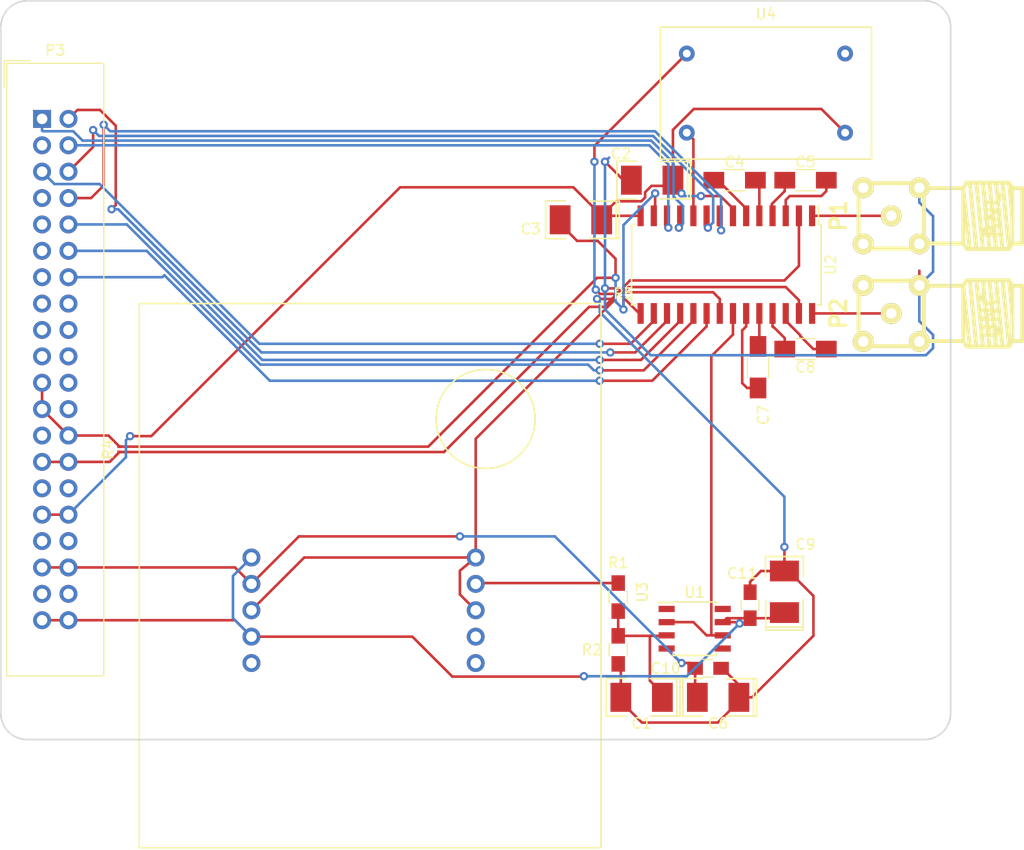
<source format=kicad_pcb>
(kicad_pcb (version 20171130) (host pcbnew "(2017-12-02 revision 3109343)-master")

  (general
    (thickness 1.6)
    (drawings 8)
    (tracks 335)
    (zones 0)
    (modules 22)
    (nets 52)
  )

  (page A4)
  (layers
    (0 F.Cu signal)
    (31 B.Cu signal)
    (32 B.Adhes user)
    (33 F.Adhes user)
    (34 B.Paste user)
    (35 F.Paste user)
    (36 B.SilkS user)
    (37 F.SilkS user)
    (38 B.Mask user)
    (39 F.Mask user)
    (40 Dwgs.User user)
    (41 Cmts.User user)
    (42 Eco1.User user)
    (43 Eco2.User user)
    (44 Edge.Cuts user)
    (45 Margin user)
    (46 B.CrtYd user)
    (47 F.CrtYd user)
    (48 B.Fab user)
    (49 F.Fab user)
  )

  (setup
    (last_trace_width 0.25)
    (trace_clearance 0.2)
    (zone_clearance 0.508)
    (zone_45_only no)
    (trace_min 0.2)
    (segment_width 0.2)
    (edge_width 0.15)
    (via_size 0.8)
    (via_drill 0.4)
    (via_min_size 0.4)
    (via_min_drill 0.3)
    (uvia_size 0.3)
    (uvia_drill 0.1)
    (uvias_allowed no)
    (uvia_min_size 0.2)
    (uvia_min_drill 0.1)
    (pcb_text_width 0.3)
    (pcb_text_size 1.5 1.5)
    (mod_edge_width 0.15)
    (mod_text_size 1 1)
    (mod_text_width 0.15)
    (pad_size 1.524 1.524)
    (pad_drill 0.762)
    (pad_to_mask_clearance 0.2)
    (aux_axis_origin 0 0)
    (visible_elements FFFFFF7F)
    (pcbplotparams
      (layerselection 0x010fc_ffffffff)
      (usegerberextensions false)
      (usegerberattributes false)
      (usegerberadvancedattributes false)
      (creategerberjobfile false)
      (excludeedgelayer true)
      (linewidth 0.100000)
      (plotframeref false)
      (viasonmask false)
      (mode 1)
      (useauxorigin false)
      (hpglpennumber 1)
      (hpglpenspeed 20)
      (hpglpendiameter 15)
      (psnegative false)
      (psa4output false)
      (plotreference true)
      (plotvalue true)
      (plotinvisibletext false)
      (padsonsilk false)
      (subtractmaskfromsilk false)
      (outputformat 1)
      (mirror false)
      (drillshape 0)
      (scaleselection 1)
      (outputdirectory gerbers/))
  )

  (net 0 "")
  (net 1 "Net-(C1-Pad1)")
  (net 2 AGND)
  (net 3 +5V)
  (net 4 DGND)
  (net 5 "Net-(C4-Pad1)")
  (net 6 "Net-(C4-Pad2)")
  (net 7 "Net-(C5-Pad2)")
  (net 8 "Net-(C5-Pad1)")
  (net 9 -14V)
  (net 10 "Net-(C7-Pad1)")
  (net 11 "Net-(C7-Pad2)")
  (net 12 "Net-(C8-Pad2)")
  (net 13 "Net-(C8-Pad1)")
  (net 14 +14V)
  (net 15 "Net-(P1-Pad1)")
  (net 16 "Net-(P2-Pad1)")
  (net 17 "Net-(P3-Pad38)")
  (net 18 "Net-(P3-Pad37)")
  (net 19 "Net-(P3-Pad34)")
  (net 20 "Net-(P3-Pad33)")
  (net 21 "Net-(P3-Pad30)")
  (net 22 "Net-(P3-Pad29)")
  (net 23 "Net-(P3-Pad25)")
  (net 24 SDIN)
  (net 25 7VREF)
  (net 26 4VREF)
  (net 27 "Net-(U2-Pad10)")
  (net 28 "Net-(U4-Pad1)")
  (net 29 "Net-(U3-PadA1)")
  (net 30 "Net-(U3-PadB1)")
  (net 31 "Net-(P3-Pad24)")
  (net 32 "Net-(P3-Pad22)")
  (net 33 "Net-(P3-Pad20)")
  (net 34 "Net-(P3-Pad19)")
  (net 35 "Net-(P3-Pad18)")
  (net 36 "Net-(P3-Pad17)")
  (net 37 "Net-(P3-Pad16)")
  (net 38 "Net-(P3-Pad15)")
  (net 39 RANGE2_INF)
  (net 40 "Net-(P3-Pad13)")
  (net 41 RANGE1_INF)
  (net 42 "Net-(P3-Pad11)")
  (net 43 RANGE0_INF)
  (net 44 "Net-(P3-Pad9)")
  (net 45 TEST_INF)
  (net 46 "Net-(P3-Pad7)")
  (net 47 CONV_INF)
  (net 48 DOUT_INF)
  (net 49 DXMIT_INF)
  (net 50 DVALID_INF)
  (net 51 DCLK_INF)

  (net_class Default "This is the default net class."
    (clearance 0.2)
    (trace_width 0.25)
    (via_dia 0.8)
    (via_drill 0.4)
    (uvia_dia 0.3)
    (uvia_drill 0.1)
    (add_net +14V)
    (add_net +5V)
    (add_net -14V)
    (add_net 4VREF)
    (add_net 7VREF)
    (add_net AGND)
    (add_net CONV_INF)
    (add_net DCLK_INF)
    (add_net DGND)
    (add_net DOUT_INF)
    (add_net DVALID_INF)
    (add_net DXMIT_INF)
    (add_net "Net-(C1-Pad1)")
    (add_net "Net-(C4-Pad1)")
    (add_net "Net-(C4-Pad2)")
    (add_net "Net-(C5-Pad1)")
    (add_net "Net-(C5-Pad2)")
    (add_net "Net-(C7-Pad1)")
    (add_net "Net-(C7-Pad2)")
    (add_net "Net-(C8-Pad1)")
    (add_net "Net-(C8-Pad2)")
    (add_net "Net-(P1-Pad1)")
    (add_net "Net-(P2-Pad1)")
    (add_net "Net-(P3-Pad11)")
    (add_net "Net-(P3-Pad13)")
    (add_net "Net-(P3-Pad15)")
    (add_net "Net-(P3-Pad16)")
    (add_net "Net-(P3-Pad17)")
    (add_net "Net-(P3-Pad18)")
    (add_net "Net-(P3-Pad19)")
    (add_net "Net-(P3-Pad20)")
    (add_net "Net-(P3-Pad22)")
    (add_net "Net-(P3-Pad24)")
    (add_net "Net-(P3-Pad25)")
    (add_net "Net-(P3-Pad29)")
    (add_net "Net-(P3-Pad30)")
    (add_net "Net-(P3-Pad33)")
    (add_net "Net-(P3-Pad34)")
    (add_net "Net-(P3-Pad37)")
    (add_net "Net-(P3-Pad38)")
    (add_net "Net-(P3-Pad7)")
    (add_net "Net-(P3-Pad9)")
    (add_net "Net-(U2-Pad10)")
    (add_net "Net-(U3-PadA1)")
    (add_net "Net-(U3-PadB1)")
    (add_net "Net-(U4-Pad1)")
    (add_net RANGE0_INF)
    (add_net RANGE1_INF)
    (add_net RANGE2_INF)
    (add_net SDIN)
    (add_net TEST_INF)
  )

  (module sma:SMA (layer F.Cu) (tedit 5A4F253D) (tstamp 5A5090EE)
    (at 189.865 74.041 270)
    (tags "SMA Connector")
    (path /5A4EFF72)
    (fp_text reference P1 (at 0 5.08 270) (layer F.SilkS)
      (effects (font (thickness 0.3048)))
    )
    (fp_text value BNC (at -0.127 -9.779 270) (layer F.SilkS)
      (effects (font (thickness 0.3048)))
    )
    (fp_line (start 2.65938 -11.65606) (end 2.65938 -12.60094) (layer F.SilkS) (width 0.381))
    (fp_line (start -2.65938 -11.65606) (end -2.65938 -12.60094) (layer F.SilkS) (width 0.381))
    (fp_line (start -2.65938 -3.1496) (end -2.65938 -6.92912) (layer F.SilkS) (width 0.381))
    (fp_line (start 2.65938 -3.1496) (end 2.65938 -6.92912) (layer F.SilkS) (width 0.381))
    (fp_line (start -3.19278 -11.3411) (end 0.2667 -11.65606) (layer F.SilkS) (width 0.381))
    (fp_line (start 3.19278 -7.55904) (end -2.65938 -6.92912) (layer F.SilkS) (width 0.381))
    (fp_line (start -3.19278 -7.55904) (end 3.19278 -8.18896) (layer F.SilkS) (width 0.381))
    (fp_line (start -3.19278 -8.18896) (end 3.19278 -8.81888) (layer F.SilkS) (width 0.381))
    (fp_line (start -3.19278 -8.81888) (end 3.19278 -9.4488) (layer F.SilkS) (width 0.381))
    (fp_line (start -3.19278 -9.4488) (end 3.19278 -10.08126) (layer F.SilkS) (width 0.381))
    (fp_line (start -3.19278 -10.08126) (end 3.19278 -10.71118) (layer F.SilkS) (width 0.381))
    (fp_line (start -3.19278 -10.71118) (end 3.19278 -11.3411) (layer F.SilkS) (width 0.381))
    (fp_line (start -3.19278 -11.3411) (end -2.65938 -11.65606) (layer F.SilkS) (width 0.381))
    (fp_line (start -2.65938 -11.65606) (end 2.65938 -11.65606) (layer F.SilkS) (width 0.381))
    (fp_line (start 2.65938 -11.65606) (end 3.19278 -11.3411) (layer F.SilkS) (width 0.381))
    (fp_line (start 3.19278 -11.3411) (end 3.19278 -7.24408) (layer F.SilkS) (width 0.381))
    (fp_line (start 3.19278 -7.24408) (end 2.65938 -6.92912) (layer F.SilkS) (width 0.381))
    (fp_line (start 2.65938 -6.92912) (end -2.65938 -6.92912) (layer F.SilkS) (width 0.381))
    (fp_line (start -2.65938 -6.92912) (end -3.19278 -7.24408) (layer F.SilkS) (width 0.381))
    (fp_line (start -3.19278 -7.24408) (end -3.19278 -11.3411) (layer F.SilkS) (width 0.381))
    (fp_line (start 2.65938 -12.60094) (end -2.65938 -12.60094) (layer F.SilkS) (width 0.381))
    (fp_line (start -3.1496 -3.1496) (end 3.1496 -3.1496) (layer F.SilkS) (width 0.381))
    (fp_line (start 3.1496 -3.1496) (end 3.1496 3.1496) (layer F.SilkS) (width 0.381))
    (fp_line (start 3.1496 3.1496) (end -3.1496 3.1496) (layer F.SilkS) (width 0.381))
    (fp_line (start -3.1496 3.1496) (end -3.1496 -3.1496) (layer F.SilkS) (width 0.381))
    (pad 1 thru_hole circle (at 0 0 270) (size 1.99898 1.99898) (drill 1.00076) (layers *.Cu *.Mask F.SilkS)
      (net 15 "Net-(P1-Pad1)"))
    (pad 3 thru_hole circle (at 2.70002 -2.70002 270) (size 1.99898 1.99898) (drill 1.00076) (layers *.Cu *.Mask F.SilkS))
    (pad 2 thru_hole circle (at -2.70002 -2.70002 270) (size 1.99898 1.99898) (drill 1.00076) (layers *.Cu *.Mask F.SilkS)
      (net 2 AGND))
    (pad 5 thru_hole circle (at -2.70002 2.70002 270) (size 1.99898 1.99898) (drill 1.00076) (layers *.Cu *.Mask F.SilkS))
    (pad 4 thru_hole circle (at 2.70002 2.70002 270) (size 1.99898 1.99898) (drill 1.00076) (layers *.Cu *.Mask F.SilkS))
    (model connectors/sma.wrl
      (at (xyz 0 0 0))
      (scale (xyz 0.39 0.39 0.39))
      (rotate (xyz -90 0 -90))
    )
  )

  (module Housings_SOIC:SOIC-28W_7.5x17.9mm_Pitch1.27mm (layer F.Cu) (tedit 5A4F2408) (tstamp 5A537609)
    (at 173.99 78.74 270)
    (descr "28-Lead Plastic Small Outline (SO) - Wide, 7.50 mm Body [SOIC] (see Microchip Packaging Specification 00000049BS.pdf)")
    (tags "SOIC 1.27")
    (path /5A4EF5E9)
    (attr smd)
    (fp_text reference U2 (at 0 -10.05 270) (layer F.SilkS)
      (effects (font (size 1 1) (thickness 0.15)))
    )
    (fp_text value ddc112 (at 0 4.318) (layer F.Fab)
      (effects (font (size 1 1) (thickness 0.15)))
    )
    (fp_line (start -3.875 -8.875) (end -5.7 -8.875) (layer F.SilkS) (width 0.15))
    (fp_line (start -3.875 9.125) (end 3.875 9.125) (layer F.SilkS) (width 0.15))
    (fp_line (start -3.875 -9.125) (end 3.875 -9.125) (layer F.SilkS) (width 0.15))
    (fp_line (start -3.875 9.125) (end -3.875 8.78) (layer F.SilkS) (width 0.15))
    (fp_line (start 3.875 9.125) (end 3.875 8.78) (layer F.SilkS) (width 0.15))
    (fp_line (start 3.875 -9.125) (end 3.875 -8.78) (layer F.SilkS) (width 0.15))
    (fp_line (start -3.875 -9.125) (end -3.875 -8.875) (layer F.SilkS) (width 0.15))
    (fp_line (start -5.95 9.3) (end 5.95 9.3) (layer F.CrtYd) (width 0.05))
    (fp_line (start -5.95 -9.3) (end 5.95 -9.3) (layer F.CrtYd) (width 0.05))
    (fp_line (start 5.95 -9.3) (end 5.95 9.3) (layer F.CrtYd) (width 0.05))
    (fp_line (start -5.95 -9.3) (end -5.95 9.3) (layer F.CrtYd) (width 0.05))
    (fp_line (start -3.75 -7.95) (end -2.75 -8.95) (layer F.Fab) (width 0.15))
    (fp_line (start -3.75 8.95) (end -3.75 -7.95) (layer F.Fab) (width 0.15))
    (fp_line (start 3.75 8.95) (end -3.75 8.95) (layer F.Fab) (width 0.15))
    (fp_line (start 3.75 -8.95) (end 3.75 8.95) (layer F.Fab) (width 0.15))
    (fp_line (start -2.75 -8.95) (end 3.75 -8.95) (layer F.Fab) (width 0.15))
    (fp_text user %R (at 0 0) (layer F.Fab)
      (effects (font (size 1 1) (thickness 0.15)))
    )
    (pad 28 smd rect (at 4.7 -8.255 270) (size 2 0.6) (layers F.Cu F.Paste F.Mask)
      (net 16 "Net-(P2-Pad1)"))
    (pad 27 smd rect (at 4.7 -6.985 270) (size 2 0.6) (layers F.Cu F.Paste F.Mask)
      (net 2 AGND))
    (pad 26 smd rect (at 4.7 -5.715 270) (size 2 0.6) (layers F.Cu F.Paste F.Mask)
      (net 13 "Net-(C8-Pad1)"))
    (pad 25 smd rect (at 4.7 -4.445 270) (size 2 0.6) (layers F.Cu F.Paste F.Mask)
      (net 12 "Net-(C8-Pad2)"))
    (pad 24 smd rect (at 4.7 -3.175 270) (size 2 0.6) (layers F.Cu F.Paste F.Mask)
      (net 10 "Net-(C7-Pad1)"))
    (pad 23 smd rect (at 4.7 -1.905 270) (size 2 0.6) (layers F.Cu F.Paste F.Mask)
      (net 11 "Net-(C7-Pad2)"))
    (pad 22 smd rect (at 4.7 -0.635 270) (size 2 0.6) (layers F.Cu F.Paste F.Mask)
      (net 26 4VREF))
    (pad 21 smd rect (at 4.7 0.635 270) (size 2 0.6) (layers F.Cu F.Paste F.Mask)
      (net 2 AGND))
    (pad 20 smd rect (at 4.7 1.905 270) (size 2 0.6) (layers F.Cu F.Paste F.Mask)
      (net 39 RANGE2_INF))
    (pad 19 smd rect (at 4.7 3.175 270) (size 2 0.6) (layers F.Cu F.Paste F.Mask)
      (net 41 RANGE1_INF))
    (pad 18 smd rect (at 4.7 4.445 270) (size 2 0.6) (layers F.Cu F.Paste F.Mask)
      (net 43 RANGE0_INF))
    (pad 17 smd rect (at 4.7 5.715 270) (size 2 0.6) (layers F.Cu F.Paste F.Mask)
      (net 50 DVALID_INF))
    (pad 16 smd rect (at 4.7 6.985 270) (size 2 0.6) (layers F.Cu F.Paste F.Mask)
      (net 48 DOUT_INF))
    (pad 15 smd rect (at 4.7 8.255 270) (size 2 0.6) (layers F.Cu F.Paste F.Mask)
      (net 4 DGND))
    (pad 14 smd rect (at -4.7 8.255 270) (size 2 0.6) (layers F.Cu F.Paste F.Mask)
      (net 3 +5V))
    (pad 13 smd rect (at -4.7 6.985 270) (size 2 0.6) (layers F.Cu F.Paste F.Mask)
      (net 4 DGND))
    (pad 12 smd rect (at -4.7 5.715 270) (size 2 0.6) (layers F.Cu F.Paste F.Mask)
      (net 49 DXMIT_INF))
    (pad 11 smd rect (at -4.7 4.445 270) (size 2 0.6) (layers F.Cu F.Paste F.Mask)
      (net 51 DCLK_INF))
    (pad 10 smd rect (at -4.7 3.175 270) (size 2 0.6) (layers F.Cu F.Paste F.Mask)
      (net 27 "Net-(U2-Pad10)"))
    (pad 9 smd rect (at -4.7 1.905 270) (size 2 0.6) (layers F.Cu F.Paste F.Mask)
      (net 47 CONV_INF))
    (pad 8 smd rect (at -4.7 0.635 270) (size 2 0.6) (layers F.Cu F.Paste F.Mask)
      (net 45 TEST_INF))
    (pad 7 smd rect (at -4.7 -0.635 270) (size 2 0.6) (layers F.Cu F.Paste F.Mask)
      (net 3 +5V))
    (pad 6 smd rect (at -4.7 -1.905 270) (size 2 0.6) (layers F.Cu F.Paste F.Mask)
      (net 5 "Net-(C4-Pad1)"))
    (pad 5 smd rect (at -4.7 -3.175 270) (size 2 0.6) (layers F.Cu F.Paste F.Mask)
      (net 6 "Net-(C4-Pad2)"))
    (pad 4 smd rect (at -4.7 -4.445 270) (size 2 0.6) (layers F.Cu F.Paste F.Mask)
      (net 8 "Net-(C5-Pad1)"))
    (pad 3 smd rect (at -4.7 -5.715 270) (size 2 0.6) (layers F.Cu F.Paste F.Mask)
      (net 7 "Net-(C5-Pad2)"))
    (pad 2 smd rect (at -4.7 -6.985 270) (size 2 0.6) (layers F.Cu F.Paste F.Mask)
      (net 2 AGND))
    (pad 1 smd rect (at -4.7 -8.255 270) (size 2 0.6) (layers F.Cu F.Paste F.Mask)
      (net 15 "Net-(P1-Pad1)"))
    (model ${KISYS3DMOD}/Housings_SOIC.3dshapes/SOIC-28W_7.5x17.9mm_Pitch1.27mm.wrl
      (at (xyz 0 0 0))
      (scale (xyz 1 1 1))
      (rotate (xyz 0 0 0))
    )
  )

  (module stmshieldfull:SMD-1210_Pol (layer F.Cu) (tedit 55F6FC09) (tstamp 5A509042)
    (at 159.988 74.422 180)
    (tags "CMS SM")
    (path /5A4EF6F4)
    (attr smd)
    (fp_text reference C3 (at 4.826 -0.889 180) (layer F.SilkS)
      (effects (font (size 1 1) (thickness 0.15)))
    )
    (fp_text value 10uF (at 0 2.5 180) (layer F.Fab)
      (effects (font (size 1 1) (thickness 0.15)))
    )
    (fp_line (start -3.4 -1.8) (end -3.4 1.8) (layer F.SilkS) (width 0.15))
    (fp_line (start -3.7 1.8) (end -0.8 1.8) (layer F.SilkS) (width 0.15))
    (fp_line (start -3.7 -1.8) (end -0.8 -1.8) (layer F.SilkS) (width 0.15))
    (fp_line (start -3.7 -1.8) (end -3.7 -1.45) (layer F.SilkS) (width 0.15))
    (fp_line (start -3.7 1.8) (end -3.7 1.4) (layer F.SilkS) (width 0.15))
    (fp_line (start 3.4 1.8) (end 3.4 1) (layer F.SilkS) (width 0.15))
    (fp_line (start 3.4 -1.4) (end 3.4 -1.6) (layer F.SilkS) (width 0.15))
    (fp_line (start 3.4 -1.6) (end 3.4 -1.8) (layer F.SilkS) (width 0.15))
    (fp_line (start -3.694 -1.524) (end -3.694 1.524) (layer F.SilkS) (width 0.15))
    (fp_line (start 1.489 1.824) (end 3.394 1.824) (layer F.SilkS) (width 0.15))
    (fp_line (start 3.394 1.524) (end 3.394 -1.524) (layer F.SilkS) (width 0.15))
    (fp_line (start 3.394 -1.824) (end 1.489 -1.824) (layer F.SilkS) (width 0.15))
    (pad 1 smd rect (at -2 0 180) (size 2 2.794) (layers F.Cu F.Paste F.Mask)
      (net 3 +5V))
    (pad 2 smd rect (at 2 0 180) (size 2 2.794) (layers F.Cu F.Paste F.Mask)
      (net 4 DGND))
    (model SMD_Packages.3dshapes/SMD-1210_Pol.wrl
      (at (xyz 0 0 0))
      (scale (xyz 0.2 0.2 0.2))
      (rotate (xyz 0 0 0))
    )
  )

  (module TXCO:TXCO (layer F.Cu) (tedit 5A4F1950) (tstamp 5A5091D8)
    (at 177.8 62.23 180)
    (path /5A4F895C)
    (fp_text reference U4 (at 0 7.62 180) (layer F.SilkS)
      (effects (font (size 1 1) (thickness 0.15)))
    )
    (fp_text value TXCO (at 0 3.4925 180) (layer F.Fab)
      (effects (font (size 1 1) (thickness 0.15)))
    )
    (fp_line (start 10.16 -5.08) (end 10.16 5.08) (layer F.SilkS) (width 0.15))
    (fp_line (start -10.16 5.08) (end -10.16 -5.08) (layer F.SilkS) (width 0.15))
    (fp_line (start 10.16 6.35) (end 10.16 5.08) (layer F.SilkS) (width 0.15))
    (fp_line (start -10.16 6.35) (end 10.16 6.35) (layer F.SilkS) (width 0.15))
    (fp_line (start -10.16 5.08) (end -10.16 6.35) (layer F.SilkS) (width 0.15))
    (fp_line (start 10.16 -6.35) (end 10.16 -5.08) (layer F.SilkS) (width 0.15))
    (fp_line (start -10.16 -6.35) (end 10.16 -6.35) (layer F.SilkS) (width 0.15))
    (fp_line (start -10.16 -5.08) (end -10.16 -6.35) (layer F.SilkS) (width 0.15))
    (fp_line (start -10.16 -6.35) (end -10.16 -5.08) (layer F.SilkS) (width 0.15))
    (pad 8 thru_hole circle (at 7.62 -3.81 180) (size 1.524 1.524) (drill 0.762) (layers *.Cu *.Mask)
      (net 27 "Net-(U2-Pad10)"))
    (pad 7 thru_hole circle (at 7.62 3.81 180) (size 1.524 1.524) (drill 0.762) (layers *.Cu *.Mask)
      (net 2 AGND))
    (pad 1 thru_hole circle (at -7.62 3.81 180) (size 1.524 1.524) (drill 0.762) (layers *.Cu *.Mask)
      (net 28 "Net-(U4-Pad1)"))
    (pad 14 thru_hole circle (at -7.62 -3.81 180) (size 1.524 1.524) (drill 0.762) (layers *.Cu *.Mask)
      (net 3 +5V))
  )

  (module Housings_SOIC:SOIC-8_3.9x4.9mm_Pitch1.27mm (layer F.Cu) (tedit 58CD0CDA) (tstamp 5A536D3B)
    (at 170.942 113.792)
    (descr "8-Lead Plastic Small Outline (SN) - Narrow, 3.90 mm Body [SOIC] (see Microchip Packaging Specification 00000049BS.pdf)")
    (tags "SOIC 1.27")
    (path /5A4FA5BC)
    (attr smd)
    (fp_text reference U1 (at 0 -3.5) (layer F.SilkS)
      (effects (font (size 1 1) (thickness 0.15)))
    )
    (fp_text value AD8675 (at 0 -5.08) (layer F.Fab)
      (effects (font (size 1 1) (thickness 0.15)))
    )
    (fp_line (start -2.075 -2.525) (end -3.475 -2.525) (layer F.SilkS) (width 0.15))
    (fp_line (start -2.075 2.575) (end 2.075 2.575) (layer F.SilkS) (width 0.15))
    (fp_line (start -2.075 -2.575) (end 2.075 -2.575) (layer F.SilkS) (width 0.15))
    (fp_line (start -2.075 2.575) (end -2.075 2.43) (layer F.SilkS) (width 0.15))
    (fp_line (start 2.075 2.575) (end 2.075 2.43) (layer F.SilkS) (width 0.15))
    (fp_line (start 2.075 -2.575) (end 2.075 -2.43) (layer F.SilkS) (width 0.15))
    (fp_line (start -2.075 -2.575) (end -2.075 -2.525) (layer F.SilkS) (width 0.15))
    (fp_line (start -3.73 2.7) (end 3.73 2.7) (layer F.CrtYd) (width 0.05))
    (fp_line (start -3.73 -2.7) (end 3.73 -2.7) (layer F.CrtYd) (width 0.05))
    (fp_line (start 3.73 -2.7) (end 3.73 2.7) (layer F.CrtYd) (width 0.05))
    (fp_line (start -3.73 -2.7) (end -3.73 2.7) (layer F.CrtYd) (width 0.05))
    (fp_line (start -1.95 -1.45) (end -0.95 -2.45) (layer F.Fab) (width 0.1))
    (fp_line (start -1.95 2.45) (end -1.95 -1.45) (layer F.Fab) (width 0.1))
    (fp_line (start 1.95 2.45) (end -1.95 2.45) (layer F.Fab) (width 0.1))
    (fp_line (start 1.95 -2.45) (end 1.95 2.45) (layer F.Fab) (width 0.1))
    (fp_line (start -0.95 -2.45) (end 1.95 -2.45) (layer F.Fab) (width 0.1))
    (fp_text user %R (at 0 0) (layer F.Fab)
      (effects (font (size 1 1) (thickness 0.15)))
    )
    (pad 8 smd rect (at 2.7 -1.905) (size 1.55 0.6) (layers F.Cu F.Paste F.Mask))
    (pad 7 smd rect (at 2.7 -0.635) (size 1.55 0.6) (layers F.Cu F.Paste F.Mask)
      (net 14 +14V))
    (pad 6 smd rect (at 2.7 0.635) (size 1.55 0.6) (layers F.Cu F.Paste F.Mask)
      (net 26 4VREF))
    (pad 5 smd rect (at 2.7 1.905) (size 1.55 0.6) (layers F.Cu F.Paste F.Mask))
    (pad 4 smd rect (at -2.7 1.905) (size 1.55 0.6) (layers F.Cu F.Paste F.Mask)
      (net 9 -14V))
    (pad 3 smd rect (at -2.7 0.635) (size 1.55 0.6) (layers F.Cu F.Paste F.Mask)
      (net 1 "Net-(C1-Pad1)"))
    (pad 2 smd rect (at -2.7 -0.635) (size 1.55 0.6) (layers F.Cu F.Paste F.Mask)
      (net 26 4VREF))
    (pad 1 smd rect (at -2.7 -1.905) (size 1.55 0.6) (layers F.Cu F.Paste F.Mask))
    (model ${KISYS3DMOD}/Housings_SOIC.3dshapes/SOIC-8_3.9x4.9mm_Pitch1.27mm.wrl
      (at (xyz 0 0 0))
      (scale (xyz 1 1 1))
      (rotate (xyz 0 0 0))
    )
  )

  (module sma:SMA (layer F.Cu) (tedit 5A4F312A) (tstamp 5A509110)
    (at 189.865 83.439 270)
    (tags "SMA Connector")
    (path /5A4F0039)
    (fp_text reference P2 (at 0 5.08 270) (layer F.SilkS)
      (effects (font (thickness 0.3048)))
    )
    (fp_text value BNC (at 0.127 -9.525 270) (layer F.SilkS)
      (effects (font (thickness 0.3048)))
    )
    (fp_line (start -3.1496 3.1496) (end -3.1496 -3.1496) (layer F.SilkS) (width 0.381))
    (fp_line (start 3.1496 3.1496) (end -3.1496 3.1496) (layer F.SilkS) (width 0.381))
    (fp_line (start 3.1496 -3.1496) (end 3.1496 3.1496) (layer F.SilkS) (width 0.381))
    (fp_line (start -3.1496 -3.1496) (end 3.1496 -3.1496) (layer F.SilkS) (width 0.381))
    (fp_line (start 2.65938 -12.60094) (end -2.65938 -12.60094) (layer F.SilkS) (width 0.381))
    (fp_line (start -3.19278 -7.24408) (end -3.19278 -11.3411) (layer F.SilkS) (width 0.381))
    (fp_line (start -2.65938 -6.92912) (end -3.19278 -7.24408) (layer F.SilkS) (width 0.381))
    (fp_line (start 2.65938 -6.92912) (end -2.65938 -6.92912) (layer F.SilkS) (width 0.381))
    (fp_line (start 3.19278 -7.24408) (end 2.65938 -6.92912) (layer F.SilkS) (width 0.381))
    (fp_line (start 3.19278 -11.3411) (end 3.19278 -7.24408) (layer F.SilkS) (width 0.381))
    (fp_line (start 2.65938 -11.65606) (end 3.19278 -11.3411) (layer F.SilkS) (width 0.381))
    (fp_line (start -2.65938 -11.65606) (end 2.65938 -11.65606) (layer F.SilkS) (width 0.381))
    (fp_line (start -3.19278 -11.3411) (end -2.65938 -11.65606) (layer F.SilkS) (width 0.381))
    (fp_line (start -3.19278 -10.71118) (end 3.19278 -11.3411) (layer F.SilkS) (width 0.381))
    (fp_line (start -3.19278 -10.08126) (end 3.19278 -10.71118) (layer F.SilkS) (width 0.381))
    (fp_line (start -3.19278 -9.4488) (end 3.19278 -10.08126) (layer F.SilkS) (width 0.381))
    (fp_line (start -3.19278 -8.81888) (end 3.19278 -9.4488) (layer F.SilkS) (width 0.381))
    (fp_line (start -3.19278 -8.18896) (end 3.19278 -8.81888) (layer F.SilkS) (width 0.381))
    (fp_line (start -3.19278 -7.55904) (end 3.19278 -8.18896) (layer F.SilkS) (width 0.381))
    (fp_line (start 3.19278 -7.55904) (end -2.65938 -6.92912) (layer F.SilkS) (width 0.381))
    (fp_line (start -3.19278 -11.3411) (end 0.2667 -11.65606) (layer F.SilkS) (width 0.381))
    (fp_line (start 2.65938 -3.1496) (end 2.65938 -6.92912) (layer F.SilkS) (width 0.381))
    (fp_line (start -2.65938 -3.1496) (end -2.65938 -6.92912) (layer F.SilkS) (width 0.381))
    (fp_line (start -2.65938 -11.65606) (end -2.65938 -12.60094) (layer F.SilkS) (width 0.381))
    (fp_line (start 2.65938 -11.65606) (end 2.65938 -12.60094) (layer F.SilkS) (width 0.381))
    (pad 4 thru_hole circle (at 2.70002 2.70002 270) (size 1.99898 1.99898) (drill 1.00076) (layers *.Cu *.Mask F.SilkS))
    (pad 5 thru_hole circle (at -2.70002 2.70002 270) (size 1.99898 1.99898) (drill 1.00076) (layers *.Cu *.Mask F.SilkS))
    (pad 2 thru_hole circle (at -2.70002 -2.70002 270) (size 1.99898 1.99898) (drill 1.00076) (layers *.Cu *.Mask F.SilkS)
      (net 2 AGND))
    (pad 3 thru_hole circle (at 2.70002 -2.70002 270) (size 1.99898 1.99898) (drill 1.00076) (layers *.Cu *.Mask F.SilkS))
    (pad 1 thru_hole circle (at 0 0 270) (size 1.99898 1.99898) (drill 1.00076) (layers *.Cu *.Mask F.SilkS)
      (net 16 "Net-(P2-Pad1)"))
    (model connectors/sma.wrl
      (at (xyz 0 0 0))
      (scale (xyz 0.39 0.39 0.39))
      (rotate (xyz -90 0 -90))
    )
  )

  (module stmshieldfull:SMD-1210_Pol (layer F.Cu) (tedit 55F6FC09) (tstamp 5A50901E)
    (at 165.83 120.396 180)
    (tags "CMS SM")
    (path /5A4FA695)
    (attr smd)
    (fp_text reference C1 (at 0 -2.5 180) (layer F.SilkS)
      (effects (font (size 1 1) (thickness 0.15)))
    )
    (fp_text value 10uF (at 2.762 -3.048 180) (layer F.Fab)
      (effects (font (size 1 1) (thickness 0.15)))
    )
    (fp_line (start -3.4 -1.8) (end -3.4 1.8) (layer F.SilkS) (width 0.15))
    (fp_line (start -3.7 1.8) (end -0.8 1.8) (layer F.SilkS) (width 0.15))
    (fp_line (start -3.7 -1.8) (end -0.8 -1.8) (layer F.SilkS) (width 0.15))
    (fp_line (start -3.7 -1.8) (end -3.7 -1.45) (layer F.SilkS) (width 0.15))
    (fp_line (start -3.7 1.8) (end -3.7 1.4) (layer F.SilkS) (width 0.15))
    (fp_line (start 3.4 1.8) (end 3.4 1) (layer F.SilkS) (width 0.15))
    (fp_line (start 3.4 -1.4) (end 3.4 -1.6) (layer F.SilkS) (width 0.15))
    (fp_line (start 3.4 -1.6) (end 3.4 -1.8) (layer F.SilkS) (width 0.15))
    (fp_line (start -3.694 -1.524) (end -3.694 1.524) (layer F.SilkS) (width 0.15))
    (fp_line (start 1.489 1.824) (end 3.394 1.824) (layer F.SilkS) (width 0.15))
    (fp_line (start 3.394 1.524) (end 3.394 -1.524) (layer F.SilkS) (width 0.15))
    (fp_line (start 3.394 -1.824) (end 1.489 -1.824) (layer F.SilkS) (width 0.15))
    (pad 1 smd rect (at -2 0 180) (size 2 2.794) (layers F.Cu F.Paste F.Mask)
      (net 1 "Net-(C1-Pad1)"))
    (pad 2 smd rect (at 2 0 180) (size 2 2.794) (layers F.Cu F.Paste F.Mask)
      (net 2 AGND))
    (model SMD_Packages.3dshapes/SMD-1210_Pol.wrl
      (at (xyz 0 0 0))
      (scale (xyz 0.2 0.2 0.2))
      (rotate (xyz 0 0 0))
    )
  )

  (module stmshieldfull:SMD-1210_Pol (layer F.Cu) (tedit 55F6FC09) (tstamp 5A5376D0)
    (at 166.846 70.612 180)
    (tags "CMS SM")
    (path /5A4F09D9)
    (attr smd)
    (fp_text reference C2 (at 3.016 2.54 180) (layer F.SilkS)
      (effects (font (size 1 1) (thickness 0.15)))
    )
    (fp_text value 10uF (at 0 2.5 180) (layer F.Fab)
      (effects (font (size 1 1) (thickness 0.15)))
    )
    (fp_line (start 3.394 -1.824) (end 1.489 -1.824) (layer F.SilkS) (width 0.15))
    (fp_line (start 3.394 1.524) (end 3.394 -1.524) (layer F.SilkS) (width 0.15))
    (fp_line (start 1.489 1.824) (end 3.394 1.824) (layer F.SilkS) (width 0.15))
    (fp_line (start -3.694 -1.524) (end -3.694 1.524) (layer F.SilkS) (width 0.15))
    (fp_line (start 3.4 -1.6) (end 3.4 -1.8) (layer F.SilkS) (width 0.15))
    (fp_line (start 3.4 -1.4) (end 3.4 -1.6) (layer F.SilkS) (width 0.15))
    (fp_line (start 3.4 1.8) (end 3.4 1) (layer F.SilkS) (width 0.15))
    (fp_line (start -3.7 1.8) (end -3.7 1.4) (layer F.SilkS) (width 0.15))
    (fp_line (start -3.7 -1.8) (end -3.7 -1.45) (layer F.SilkS) (width 0.15))
    (fp_line (start -3.7 -1.8) (end -0.8 -1.8) (layer F.SilkS) (width 0.15))
    (fp_line (start -3.7 1.8) (end -0.8 1.8) (layer F.SilkS) (width 0.15))
    (fp_line (start -3.4 -1.8) (end -3.4 1.8) (layer F.SilkS) (width 0.15))
    (pad 2 smd rect (at 2 0 180) (size 2 2.794) (layers F.Cu F.Paste F.Mask)
      (net 2 AGND))
    (pad 1 smd rect (at -2 0 180) (size 2 2.794) (layers F.Cu F.Paste F.Mask)
      (net 3 +5V))
    (model SMD_Packages.3dshapes/SMD-1210_Pol.wrl
      (at (xyz 0 0 0))
      (scale (xyz 0.2 0.2 0.2))
      (rotate (xyz 0 0 0))
    )
  )

  (module Capacitors_SMD:C_1206_HandSoldering (layer F.Cu) (tedit 58AA84D1) (tstamp 5A536AEC)
    (at 174.784 70.612)
    (descr "Capacitor SMD 1206, hand soldering")
    (tags "capacitor 1206")
    (path /5A4F130E)
    (attr smd)
    (fp_text reference C4 (at 0 -1.75) (layer F.SilkS)
      (effects (font (size 1 1) (thickness 0.15)))
    )
    (fp_text value C (at 2 0) (layer F.Fab)
      (effects (font (size 1 1) (thickness 0.15)))
    )
    (fp_text user %R (at 0 -1.75) (layer F.Fab)
      (effects (font (size 1 1) (thickness 0.15)))
    )
    (fp_line (start -1.6 0.8) (end -1.6 -0.8) (layer F.Fab) (width 0.1))
    (fp_line (start 1.6 0.8) (end -1.6 0.8) (layer F.Fab) (width 0.1))
    (fp_line (start 1.6 -0.8) (end 1.6 0.8) (layer F.Fab) (width 0.1))
    (fp_line (start -1.6 -0.8) (end 1.6 -0.8) (layer F.Fab) (width 0.1))
    (fp_line (start 1 -1.02) (end -1 -1.02) (layer F.SilkS) (width 0.12))
    (fp_line (start -1 1.02) (end 1 1.02) (layer F.SilkS) (width 0.12))
    (fp_line (start -3.25 -1.05) (end 3.25 -1.05) (layer F.CrtYd) (width 0.05))
    (fp_line (start -3.25 -1.05) (end -3.25 1.05) (layer F.CrtYd) (width 0.05))
    (fp_line (start 3.25 1.05) (end 3.25 -1.05) (layer F.CrtYd) (width 0.05))
    (fp_line (start 3.25 1.05) (end -3.25 1.05) (layer F.CrtYd) (width 0.05))
    (pad 1 smd rect (at -2 0) (size 2 1.6) (layers F.Cu F.Paste F.Mask)
      (net 5 "Net-(C4-Pad1)"))
    (pad 2 smd rect (at 2 0) (size 2 1.6) (layers F.Cu F.Paste F.Mask)
      (net 6 "Net-(C4-Pad2)"))
    (model Capacitors_SMD.3dshapes/C_1206.wrl
      (at (xyz 0 0 0))
      (scale (xyz 1 1 1))
      (rotate (xyz 0 0 0))
    )
  )

  (module Capacitors_SMD:C_1206_HandSoldering (layer F.Cu) (tedit 58AA84D1) (tstamp 5A509064)
    (at 181.61 70.612)
    (descr "Capacitor SMD 1206, hand soldering")
    (tags "capacitor 1206")
    (path /5A4F15BF)
    (attr smd)
    (fp_text reference C5 (at 0 -1.75) (layer F.SilkS)
      (effects (font (size 1 1) (thickness 0.15)))
    )
    (fp_text value C (at 2.032 0) (layer F.Fab)
      (effects (font (size 1 1) (thickness 0.15)))
    )
    (fp_line (start 3.25 1.05) (end -3.25 1.05) (layer F.CrtYd) (width 0.05))
    (fp_line (start 3.25 1.05) (end 3.25 -1.05) (layer F.CrtYd) (width 0.05))
    (fp_line (start -3.25 -1.05) (end -3.25 1.05) (layer F.CrtYd) (width 0.05))
    (fp_line (start -3.25 -1.05) (end 3.25 -1.05) (layer F.CrtYd) (width 0.05))
    (fp_line (start -1 1.02) (end 1 1.02) (layer F.SilkS) (width 0.12))
    (fp_line (start 1 -1.02) (end -1 -1.02) (layer F.SilkS) (width 0.12))
    (fp_line (start -1.6 -0.8) (end 1.6 -0.8) (layer F.Fab) (width 0.1))
    (fp_line (start 1.6 -0.8) (end 1.6 0.8) (layer F.Fab) (width 0.1))
    (fp_line (start 1.6 0.8) (end -1.6 0.8) (layer F.Fab) (width 0.1))
    (fp_line (start -1.6 0.8) (end -1.6 -0.8) (layer F.Fab) (width 0.1))
    (fp_text user %R (at 0 -1.75) (layer F.Fab)
      (effects (font (size 1 1) (thickness 0.15)))
    )
    (pad 2 smd rect (at 2 0) (size 2 1.6) (layers F.Cu F.Paste F.Mask)
      (net 7 "Net-(C5-Pad2)"))
    (pad 1 smd rect (at -2 0) (size 2 1.6) (layers F.Cu F.Paste F.Mask)
      (net 8 "Net-(C5-Pad1)"))
    (model Capacitors_SMD.3dshapes/C_1206.wrl
      (at (xyz 0 0 0))
      (scale (xyz 1 1 1))
      (rotate (xyz 0 0 0))
    )
  )

  (module stmshieldfull:SMD-1210_Pol (layer F.Cu) (tedit 55F6FC09) (tstamp 5A509076)
    (at 173.196 120.396 180)
    (tags "CMS SM")
    (path /5A4FA65D)
    (attr smd)
    (fp_text reference C6 (at 0 -2.5 180) (layer F.SilkS)
      (effects (font (size 1 1) (thickness 0.15)))
    )
    (fp_text value 10uF (at -3.334 -2.794 180) (layer F.Fab)
      (effects (font (size 1 1) (thickness 0.15)))
    )
    (fp_line (start 3.394 -1.824) (end 1.489 -1.824) (layer F.SilkS) (width 0.15))
    (fp_line (start 3.394 1.524) (end 3.394 -1.524) (layer F.SilkS) (width 0.15))
    (fp_line (start 1.489 1.824) (end 3.394 1.824) (layer F.SilkS) (width 0.15))
    (fp_line (start -3.694 -1.524) (end -3.694 1.524) (layer F.SilkS) (width 0.15))
    (fp_line (start 3.4 -1.6) (end 3.4 -1.8) (layer F.SilkS) (width 0.15))
    (fp_line (start 3.4 -1.4) (end 3.4 -1.6) (layer F.SilkS) (width 0.15))
    (fp_line (start 3.4 1.8) (end 3.4 1) (layer F.SilkS) (width 0.15))
    (fp_line (start -3.7 1.8) (end -3.7 1.4) (layer F.SilkS) (width 0.15))
    (fp_line (start -3.7 -1.8) (end -3.7 -1.45) (layer F.SilkS) (width 0.15))
    (fp_line (start -3.7 -1.8) (end -0.8 -1.8) (layer F.SilkS) (width 0.15))
    (fp_line (start -3.7 1.8) (end -0.8 1.8) (layer F.SilkS) (width 0.15))
    (fp_line (start -3.4 -1.8) (end -3.4 1.8) (layer F.SilkS) (width 0.15))
    (pad 2 smd rect (at 2 0 180) (size 2 2.794) (layers F.Cu F.Paste F.Mask)
      (net 9 -14V))
    (pad 1 smd rect (at -2 0 180) (size 2 2.794) (layers F.Cu F.Paste F.Mask)
      (net 2 AGND))
    (model SMD_Packages.3dshapes/SMD-1210_Pol.wrl
      (at (xyz 0 0 0))
      (scale (xyz 0.2 0.2 0.2))
      (rotate (xyz 0 0 0))
    )
  )

  (module Capacitors_SMD:C_1206_HandSoldering (layer F.Cu) (tedit 58AA84D1) (tstamp 5A509087)
    (at 177.038 88.614 270)
    (descr "Capacitor SMD 1206, hand soldering")
    (tags "capacitor 1206")
    (path /5A4F15F7)
    (attr smd)
    (fp_text reference C7 (at 4.604 -0.508 270) (layer F.SilkS)
      (effects (font (size 1 1) (thickness 0.15)))
    )
    (fp_text value C (at -1.4605 -2.032 270) (layer F.Fab)
      (effects (font (size 1 1) (thickness 0.15)))
    )
    (fp_text user %R (at 4.604 -0.508 270) (layer F.Fab)
      (effects (font (size 1 1) (thickness 0.15)))
    )
    (fp_line (start -1.6 0.8) (end -1.6 -0.8) (layer F.Fab) (width 0.1))
    (fp_line (start 1.6 0.8) (end -1.6 0.8) (layer F.Fab) (width 0.1))
    (fp_line (start 1.6 -0.8) (end 1.6 0.8) (layer F.Fab) (width 0.1))
    (fp_line (start -1.6 -0.8) (end 1.6 -0.8) (layer F.Fab) (width 0.1))
    (fp_line (start 1 -1.02) (end -1 -1.02) (layer F.SilkS) (width 0.12))
    (fp_line (start -1 1.02) (end 1 1.02) (layer F.SilkS) (width 0.12))
    (fp_line (start -3.25 -1.05) (end 3.25 -1.05) (layer F.CrtYd) (width 0.05))
    (fp_line (start -3.25 -1.05) (end -3.25 1.05) (layer F.CrtYd) (width 0.05))
    (fp_line (start 3.25 1.05) (end 3.25 -1.05) (layer F.CrtYd) (width 0.05))
    (fp_line (start 3.25 1.05) (end -3.25 1.05) (layer F.CrtYd) (width 0.05))
    (pad 1 smd rect (at -2 0 270) (size 2 1.6) (layers F.Cu F.Paste F.Mask)
      (net 10 "Net-(C7-Pad1)"))
    (pad 2 smd rect (at 2 0 270) (size 2 1.6) (layers F.Cu F.Paste F.Mask)
      (net 11 "Net-(C7-Pad2)"))
    (model Capacitors_SMD.3dshapes/C_1206.wrl
      (at (xyz 0 0 0))
      (scale (xyz 1 1 1))
      (rotate (xyz 0 0 0))
    )
  )

  (module Capacitors_SMD:C_1206_HandSoldering (layer F.Cu) (tedit 58AA84D1) (tstamp 5A509098)
    (at 181.61 86.868 180)
    (descr "Capacitor SMD 1206, hand soldering")
    (tags "capacitor 1206")
    (path /5A4F165F)
    (attr smd)
    (fp_text reference C8 (at 0 -1.75 180) (layer F.SilkS)
      (effects (font (size 1 1) (thickness 0.15)))
    )
    (fp_text value C (at -2.032 -0.254 180) (layer F.Fab)
      (effects (font (size 1 1) (thickness 0.15)))
    )
    (fp_line (start 3.25 1.05) (end -3.25 1.05) (layer F.CrtYd) (width 0.05))
    (fp_line (start 3.25 1.05) (end 3.25 -1.05) (layer F.CrtYd) (width 0.05))
    (fp_line (start -3.25 -1.05) (end -3.25 1.05) (layer F.CrtYd) (width 0.05))
    (fp_line (start -3.25 -1.05) (end 3.25 -1.05) (layer F.CrtYd) (width 0.05))
    (fp_line (start -1 1.02) (end 1 1.02) (layer F.SilkS) (width 0.12))
    (fp_line (start 1 -1.02) (end -1 -1.02) (layer F.SilkS) (width 0.12))
    (fp_line (start -1.6 -0.8) (end 1.6 -0.8) (layer F.Fab) (width 0.1))
    (fp_line (start 1.6 -0.8) (end 1.6 0.8) (layer F.Fab) (width 0.1))
    (fp_line (start 1.6 0.8) (end -1.6 0.8) (layer F.Fab) (width 0.1))
    (fp_line (start -1.6 0.8) (end -1.6 -0.8) (layer F.Fab) (width 0.1))
    (fp_text user %R (at 0 -1.75 180) (layer F.Fab)
      (effects (font (size 1 1) (thickness 0.15)))
    )
    (pad 2 smd rect (at 2 0 180) (size 2 1.6) (layers F.Cu F.Paste F.Mask)
      (net 12 "Net-(C8-Pad2)"))
    (pad 1 smd rect (at -2 0 180) (size 2 1.6) (layers F.Cu F.Paste F.Mask)
      (net 13 "Net-(C8-Pad1)"))
    (model Capacitors_SMD.3dshapes/C_1206.wrl
      (at (xyz 0 0 0))
      (scale (xyz 1 1 1))
      (rotate (xyz 0 0 0))
    )
  )

  (module stmshieldfull:SMD-1210_Pol (layer F.Cu) (tedit 55F6FC09) (tstamp 5A5090AA)
    (at 179.578 110.236 90)
    (tags "CMS SM")
    (path /5A4FA656)
    (attr smd)
    (fp_text reference C9 (at 4.572 2.032 180) (layer F.SilkS)
      (effects (font (size 1 1) (thickness 0.15)))
    )
    (fp_text value 10uF (at 0 2.5 90) (layer F.Fab)
      (effects (font (size 1 1) (thickness 0.15)))
    )
    (fp_line (start -3.4 -1.8) (end -3.4 1.8) (layer F.SilkS) (width 0.15))
    (fp_line (start -3.7 1.8) (end -0.8 1.8) (layer F.SilkS) (width 0.15))
    (fp_line (start -3.7 -1.8) (end -0.8 -1.8) (layer F.SilkS) (width 0.15))
    (fp_line (start -3.7 -1.8) (end -3.7 -1.45) (layer F.SilkS) (width 0.15))
    (fp_line (start -3.7 1.8) (end -3.7 1.4) (layer F.SilkS) (width 0.15))
    (fp_line (start 3.4 1.8) (end 3.4 1) (layer F.SilkS) (width 0.15))
    (fp_line (start 3.4 -1.4) (end 3.4 -1.6) (layer F.SilkS) (width 0.15))
    (fp_line (start 3.4 -1.6) (end 3.4 -1.8) (layer F.SilkS) (width 0.15))
    (fp_line (start -3.694 -1.524) (end -3.694 1.524) (layer F.SilkS) (width 0.15))
    (fp_line (start 1.489 1.824) (end 3.394 1.824) (layer F.SilkS) (width 0.15))
    (fp_line (start 3.394 1.524) (end 3.394 -1.524) (layer F.SilkS) (width 0.15))
    (fp_line (start 3.394 -1.824) (end 1.489 -1.824) (layer F.SilkS) (width 0.15))
    (pad 1 smd rect (at -2 0 90) (size 2 2.794) (layers F.Cu F.Paste F.Mask)
      (net 14 +14V))
    (pad 2 smd rect (at 2 0 90) (size 2 2.794) (layers F.Cu F.Paste F.Mask)
      (net 2 AGND))
    (model SMD_Packages.3dshapes/SMD-1210_Pol.wrl
      (at (xyz 0 0 0))
      (scale (xyz 0.2 0.2 0.2))
      (rotate (xyz 0 0 0))
    )
  )

  (module Capacitors_SMD:C_0805_HandSoldering (layer F.Cu) (tedit 58AA84A8) (tstamp 5A5090BB)
    (at 172.232 117.602)
    (descr "Capacitor SMD 0805, hand soldering")
    (tags "capacitor 0805")
    (path /5A4FA643)
    (attr smd)
    (fp_text reference C10 (at -4.084 0) (layer F.SilkS)
      (effects (font (size 1 1) (thickness 0.15)))
    )
    (fp_text value 0.1uF (at 4.806 0) (layer F.Fab)
      (effects (font (size 1 1) (thickness 0.15)))
    )
    (fp_text user %R (at -4.084 0) (layer F.Fab)
      (effects (font (size 1 1) (thickness 0.15)))
    )
    (fp_line (start -1 0.62) (end -1 -0.62) (layer F.Fab) (width 0.1))
    (fp_line (start 1 0.62) (end -1 0.62) (layer F.Fab) (width 0.1))
    (fp_line (start 1 -0.62) (end 1 0.62) (layer F.Fab) (width 0.1))
    (fp_line (start -1 -0.62) (end 1 -0.62) (layer F.Fab) (width 0.1))
    (fp_line (start 0.5 -0.85) (end -0.5 -0.85) (layer F.SilkS) (width 0.12))
    (fp_line (start -0.5 0.85) (end 0.5 0.85) (layer F.SilkS) (width 0.12))
    (fp_line (start -2.25 -0.88) (end 2.25 -0.88) (layer F.CrtYd) (width 0.05))
    (fp_line (start -2.25 -0.88) (end -2.25 0.87) (layer F.CrtYd) (width 0.05))
    (fp_line (start 2.25 0.87) (end 2.25 -0.88) (layer F.CrtYd) (width 0.05))
    (fp_line (start 2.25 0.87) (end -2.25 0.87) (layer F.CrtYd) (width 0.05))
    (pad 1 smd rect (at -1.25 0) (size 1.5 1.25) (layers F.Cu F.Paste F.Mask)
      (net 9 -14V))
    (pad 2 smd rect (at 1.25 0) (size 1.5 1.25) (layers F.Cu F.Paste F.Mask)
      (net 2 AGND))
    (model Capacitors_SMD.3dshapes/C_0805.wrl
      (at (xyz 0 0 0))
      (scale (xyz 1 1 1))
      (rotate (xyz 0 0 0))
    )
  )

  (module Capacitors_SMD:C_0805_HandSoldering (layer F.Cu) (tedit 58AA84A8) (tstamp 5A5090CC)
    (at 176.276 111.526 90)
    (descr "Capacitor SMD 0805, hand soldering")
    (tags "capacitor 0805")
    (path /5A4FA63C)
    (attr smd)
    (fp_text reference C11 (at 3.068 -0.762 180) (layer F.SilkS)
      (effects (font (size 1 1) (thickness 0.15)))
    )
    (fp_text value 0.1uF (at -3.536 1.016 180) (layer F.Fab)
      (effects (font (size 1 1) (thickness 0.15)))
    )
    (fp_line (start 2.25 0.87) (end -2.25 0.87) (layer F.CrtYd) (width 0.05))
    (fp_line (start 2.25 0.87) (end 2.25 -0.88) (layer F.CrtYd) (width 0.05))
    (fp_line (start -2.25 -0.88) (end -2.25 0.87) (layer F.CrtYd) (width 0.05))
    (fp_line (start -2.25 -0.88) (end 2.25 -0.88) (layer F.CrtYd) (width 0.05))
    (fp_line (start -0.5 0.85) (end 0.5 0.85) (layer F.SilkS) (width 0.12))
    (fp_line (start 0.5 -0.85) (end -0.5 -0.85) (layer F.SilkS) (width 0.12))
    (fp_line (start -1 -0.62) (end 1 -0.62) (layer F.Fab) (width 0.1))
    (fp_line (start 1 -0.62) (end 1 0.62) (layer F.Fab) (width 0.1))
    (fp_line (start 1 0.62) (end -1 0.62) (layer F.Fab) (width 0.1))
    (fp_line (start -1 0.62) (end -1 -0.62) (layer F.Fab) (width 0.1))
    (fp_text user %R (at 3.068 -0.762 180) (layer F.Fab)
      (effects (font (size 1 1) (thickness 0.15)))
    )
    (pad 2 smd rect (at 1.25 0 90) (size 1.5 1.25) (layers F.Cu F.Paste F.Mask)
      (net 2 AGND))
    (pad 1 smd rect (at -1.25 0 90) (size 1.5 1.25) (layers F.Cu F.Paste F.Mask)
      (net 14 +14V))
    (model Capacitors_SMD.3dshapes/C_0805.wrl
      (at (xyz 0 0 0))
      (scale (xyz 1 1 1))
      (rotate (xyz 0 0 0))
    )
  )

  (module Connectors_IDC:IDC-Header_2x20_Pitch2.54mm_Straight (layer F.Cu) (tedit 59DE12BE) (tstamp 5A509156)
    (at 108.115001 64.7115)
    (descr "40 pins through hole IDC header")
    (tags "IDC header socket VASCH")
    (path /5A4F4FE9)
    (fp_text reference P3 (at 1.27 -6.604) (layer F.SilkS)
      (effects (font (size 1 1) (thickness 0.15)))
    )
    (fp_text value CONN_20X2 (at 1.27 54.864) (layer F.Fab)
      (effects (font (size 1 1) (thickness 0.15)))
    )
    (fp_line (start -3.655 -5.6) (end -1.115 -5.6) (layer F.SilkS) (width 0.12))
    (fp_line (start -3.655 -5.6) (end -3.655 -3.06) (layer F.SilkS) (width 0.12))
    (fp_line (start -3.405 -5.35) (end 5.945 -5.35) (layer F.SilkS) (width 0.12))
    (fp_line (start -3.405 53.61) (end -3.405 -5.35) (layer F.SilkS) (width 0.12))
    (fp_line (start 5.945 53.61) (end -3.405 53.61) (layer F.SilkS) (width 0.12))
    (fp_line (start 5.945 -5.35) (end 5.945 53.61) (layer F.SilkS) (width 0.12))
    (fp_line (start -3.91 -5.85) (end 6.2 -5.85) (layer F.CrtYd) (width 0.05))
    (fp_line (start -3.91 53.86) (end -3.91 -5.85) (layer F.CrtYd) (width 0.05))
    (fp_line (start 6.2 53.86) (end -3.91 53.86) (layer F.CrtYd) (width 0.05))
    (fp_line (start 6.2 -5.85) (end 6.2 53.86) (layer F.CrtYd) (width 0.05))
    (fp_line (start -3.155 53.36) (end -2.605 52.8) (layer F.Fab) (width 0.1))
    (fp_line (start -3.155 -5.1) (end -2.605 -4.56) (layer F.Fab) (width 0.1))
    (fp_line (start 5.695 53.36) (end 5.145 52.8) (layer F.Fab) (width 0.1))
    (fp_line (start 5.695 -5.1) (end 5.145 -4.56) (layer F.Fab) (width 0.1))
    (fp_line (start 5.145 52.8) (end -2.605 52.8) (layer F.Fab) (width 0.1))
    (fp_line (start 5.695 53.36) (end -3.155 53.36) (layer F.Fab) (width 0.1))
    (fp_line (start 5.145 -4.56) (end -2.605 -4.56) (layer F.Fab) (width 0.1))
    (fp_line (start 5.695 -5.1) (end -3.155 -5.1) (layer F.Fab) (width 0.1))
    (fp_line (start -2.605 26.38) (end -3.155 26.38) (layer F.Fab) (width 0.1))
    (fp_line (start -2.605 21.88) (end -3.155 21.88) (layer F.Fab) (width 0.1))
    (fp_line (start -2.605 26.38) (end -2.605 52.8) (layer F.Fab) (width 0.1))
    (fp_line (start -2.605 -4.56) (end -2.605 21.88) (layer F.Fab) (width 0.1))
    (fp_line (start -3.155 -5.1) (end -3.155 53.36) (layer F.Fab) (width 0.1))
    (fp_line (start 5.145 -4.56) (end 5.145 52.8) (layer F.Fab) (width 0.1))
    (fp_line (start 5.695 -5.1) (end 5.695 53.36) (layer F.Fab) (width 0.1))
    (fp_text user %R (at 1.27 24.13) (layer F.Fab)
      (effects (font (size 1 1) (thickness 0.15)))
    )
    (pad 40 thru_hole oval (at 2.54 48.26) (size 1.7272 1.7272) (drill 1.016) (layers *.Cu *.Mask)
      (net 14 +14V))
    (pad 39 thru_hole oval (at 0 48.26) (size 1.7272 1.7272) (drill 1.016) (layers *.Cu *.Mask)
      (net 14 +14V))
    (pad 38 thru_hole oval (at 2.54 45.72) (size 1.7272 1.7272) (drill 1.016) (layers *.Cu *.Mask)
      (net 17 "Net-(P3-Pad38)"))
    (pad 37 thru_hole oval (at 0 45.72) (size 1.7272 1.7272) (drill 1.016) (layers *.Cu *.Mask)
      (net 18 "Net-(P3-Pad37)"))
    (pad 36 thru_hole oval (at 2.54 43.18) (size 1.7272 1.7272) (drill 1.016) (layers *.Cu *.Mask)
      (net 9 -14V))
    (pad 35 thru_hole oval (at 0 43.18) (size 1.7272 1.7272) (drill 1.016) (layers *.Cu *.Mask)
      (net 9 -14V))
    (pad 34 thru_hole oval (at 2.54 40.64) (size 1.7272 1.7272) (drill 1.016) (layers *.Cu *.Mask)
      (net 19 "Net-(P3-Pad34)"))
    (pad 33 thru_hole oval (at 0 40.64) (size 1.7272 1.7272) (drill 1.016) (layers *.Cu *.Mask)
      (net 20 "Net-(P3-Pad33)"))
    (pad 32 thru_hole oval (at 2.54 38.1) (size 1.7272 1.7272) (drill 1.016) (layers *.Cu *.Mask)
      (net 3 +5V))
    (pad 31 thru_hole oval (at 0 38.1) (size 1.7272 1.7272) (drill 1.016) (layers *.Cu *.Mask)
      (net 3 +5V))
    (pad 30 thru_hole oval (at 2.54 35.56) (size 1.7272 1.7272) (drill 1.016) (layers *.Cu *.Mask)
      (net 21 "Net-(P3-Pad30)"))
    (pad 29 thru_hole oval (at 0 35.56) (size 1.7272 1.7272) (drill 1.016) (layers *.Cu *.Mask)
      (net 22 "Net-(P3-Pad29)"))
    (pad 28 thru_hole oval (at 2.54 33.02) (size 1.7272 1.7272) (drill 1.016) (layers *.Cu *.Mask)
      (net 2 AGND))
    (pad 27 thru_hole oval (at 0 33.02) (size 1.7272 1.7272) (drill 1.016) (layers *.Cu *.Mask)
      (net 2 AGND))
    (pad 26 thru_hole oval (at 2.54 30.48) (size 1.7272 1.7272) (drill 1.016) (layers *.Cu *.Mask)
      (net 4 DGND))
    (pad 25 thru_hole oval (at 0 30.48) (size 1.7272 1.7272) (drill 1.016) (layers *.Cu *.Mask)
      (net 23 "Net-(P3-Pad25)"))
    (pad 24 thru_hole oval (at 2.54 27.94) (size 1.7272 1.7272) (drill 1.016) (layers *.Cu *.Mask)
      (net 31 "Net-(P3-Pad24)"))
    (pad 23 thru_hole oval (at 0 27.94) (size 1.7272 1.7272) (drill 1.016) (layers *.Cu *.Mask)
      (net 4 DGND))
    (pad 22 thru_hole oval (at 2.54 25.4) (size 1.7272 1.7272) (drill 1.016) (layers *.Cu *.Mask)
      (net 32 "Net-(P3-Pad22)"))
    (pad 21 thru_hole oval (at 0 25.4) (size 1.7272 1.7272) (drill 1.016) (layers *.Cu *.Mask)
      (net 4 DGND))
    (pad 20 thru_hole oval (at 2.54 22.86) (size 1.7272 1.7272) (drill 1.016) (layers *.Cu *.Mask)
      (net 33 "Net-(P3-Pad20)"))
    (pad 19 thru_hole oval (at 0 22.86) (size 1.7272 1.7272) (drill 1.016) (layers *.Cu *.Mask)
      (net 34 "Net-(P3-Pad19)"))
    (pad 18 thru_hole oval (at 2.54 20.32) (size 1.7272 1.7272) (drill 1.016) (layers *.Cu *.Mask)
      (net 35 "Net-(P3-Pad18)"))
    (pad 17 thru_hole oval (at 0 20.32) (size 1.7272 1.7272) (drill 1.016) (layers *.Cu *.Mask)
      (net 36 "Net-(P3-Pad17)"))
    (pad 16 thru_hole oval (at 2.54 17.78) (size 1.7272 1.7272) (drill 1.016) (layers *.Cu *.Mask)
      (net 37 "Net-(P3-Pad16)"))
    (pad 15 thru_hole oval (at 0 17.78) (size 1.7272 1.7272) (drill 1.016) (layers *.Cu *.Mask)
      (net 38 "Net-(P3-Pad15)"))
    (pad 14 thru_hole oval (at 2.54 15.24) (size 1.7272 1.7272) (drill 1.016) (layers *.Cu *.Mask)
      (net 39 RANGE2_INF))
    (pad 13 thru_hole oval (at 0 15.24) (size 1.7272 1.7272) (drill 1.016) (layers *.Cu *.Mask)
      (net 40 "Net-(P3-Pad13)"))
    (pad 12 thru_hole oval (at 2.54 12.7) (size 1.7272 1.7272) (drill 1.016) (layers *.Cu *.Mask)
      (net 41 RANGE1_INF))
    (pad 11 thru_hole oval (at 0 12.7) (size 1.7272 1.7272) (drill 1.016) (layers *.Cu *.Mask)
      (net 42 "Net-(P3-Pad11)"))
    (pad 10 thru_hole oval (at 2.54 10.16) (size 1.7272 1.7272) (drill 1.016) (layers *.Cu *.Mask)
      (net 43 RANGE0_INF))
    (pad 9 thru_hole oval (at 0 10.16) (size 1.7272 1.7272) (drill 1.016) (layers *.Cu *.Mask)
      (net 44 "Net-(P3-Pad9)"))
    (pad 8 thru_hole oval (at 2.54 7.62) (size 1.7272 1.7272) (drill 1.016) (layers *.Cu *.Mask)
      (net 45 TEST_INF))
    (pad 7 thru_hole oval (at 0 7.62) (size 1.7272 1.7272) (drill 1.016) (layers *.Cu *.Mask)
      (net 46 "Net-(P3-Pad7)"))
    (pad 6 thru_hole oval (at 2.54 5.08) (size 1.7272 1.7272) (drill 1.016) (layers *.Cu *.Mask)
      (net 47 CONV_INF))
    (pad 5 thru_hole oval (at 0 5.08) (size 1.7272 1.7272) (drill 1.016) (layers *.Cu *.Mask)
      (net 48 DOUT_INF))
    (pad 4 thru_hole oval (at 2.54 2.54) (size 1.7272 1.7272) (drill 1.016) (layers *.Cu *.Mask)
      (net 49 DXMIT_INF))
    (pad 3 thru_hole oval (at 0 2.54) (size 1.7272 1.7272) (drill 1.016) (layers *.Cu *.Mask)
      (net 24 SDIN))
    (pad 2 thru_hole oval (at 2.54 0) (size 1.7272 1.7272) (drill 1.016) (layers *.Cu *.Mask)
      (net 50 DVALID_INF))
    (pad 1 thru_hole rect (at 0 0) (size 1.7272 1.7272) (drill 1.016) (layers *.Cu *.Mask)
      (net 51 DCLK_INF))
    (model ${KISYS3DMOD}/Connectors_IDC.3dshapes/IDC-Header_2x20_Pitch2.54mm_Straight.wrl
      (at (xyz 0 0 0))
      (scale (xyz 1 1 1))
      (rotate (xyz 0 0 0))
    )
  )

  (module Resistors_SMD:R_0805_HandSoldering (layer F.Cu) (tedit 58E0A804) (tstamp 5A536DB1)
    (at 163.576 110.744 90)
    (descr "Resistor SMD 0805, hand soldering")
    (tags "resistor 0805")
    (path /5A4FA5D8)
    (attr smd)
    (fp_text reference R1 (at 3.302 0) (layer F.SilkS)
      (effects (font (size 1 1) (thickness 0.15)))
    )
    (fp_text value 1.5k (at 0 1.75 90) (layer F.Fab)
      (effects (font (size 1 1) (thickness 0.15)))
    )
    (fp_line (start 2.35 0.9) (end -2.35 0.9) (layer F.CrtYd) (width 0.05))
    (fp_line (start 2.35 0.9) (end 2.35 -0.9) (layer F.CrtYd) (width 0.05))
    (fp_line (start -2.35 -0.9) (end -2.35 0.9) (layer F.CrtYd) (width 0.05))
    (fp_line (start -2.35 -0.9) (end 2.35 -0.9) (layer F.CrtYd) (width 0.05))
    (fp_line (start -0.6 -0.88) (end 0.6 -0.88) (layer F.SilkS) (width 0.12))
    (fp_line (start 0.6 0.88) (end -0.6 0.88) (layer F.SilkS) (width 0.12))
    (fp_line (start -1 -0.62) (end 1 -0.62) (layer F.Fab) (width 0.1))
    (fp_line (start 1 -0.62) (end 1 0.62) (layer F.Fab) (width 0.1))
    (fp_line (start 1 0.62) (end -1 0.62) (layer F.Fab) (width 0.1))
    (fp_line (start -1 0.62) (end -1 -0.62) (layer F.Fab) (width 0.1))
    (fp_text user %R (at 0 0 90) (layer F.Fab)
      (effects (font (size 0.5 0.5) (thickness 0.075)))
    )
    (pad 2 smd rect (at 1.35 0 90) (size 1.5 1.3) (layers F.Cu F.Paste F.Mask)
      (net 25 7VREF))
    (pad 1 smd rect (at -1.35 0 90) (size 1.5 1.3) (layers F.Cu F.Paste F.Mask)
      (net 1 "Net-(C1-Pad1)"))
    (model ${KISYS3DMOD}/Resistors_SMD.3dshapes/R_0805.wrl
      (at (xyz 0 0 0))
      (scale (xyz 1 1 1))
      (rotate (xyz 0 0 0))
    )
  )

  (module Resistors_SMD:R_0805_HandSoldering (layer F.Cu) (tedit 58E0A804) (tstamp 5A536C21)
    (at 163.576 115.824 90)
    (descr "Resistor SMD 0805, hand soldering")
    (tags "resistor 0805")
    (path /5A4FA5E5)
    (attr smd)
    (fp_text reference R2 (at 0 -2.54 180) (layer F.SilkS)
      (effects (font (size 1 1) (thickness 0.15)))
    )
    (fp_text value 2k (at 0 1.75 90) (layer F.Fab)
      (effects (font (size 1 1) (thickness 0.15)))
    )
    (fp_text user %R (at 0 0 90) (layer F.Fab)
      (effects (font (size 0.5 0.5) (thickness 0.075)))
    )
    (fp_line (start -1 0.62) (end -1 -0.62) (layer F.Fab) (width 0.1))
    (fp_line (start 1 0.62) (end -1 0.62) (layer F.Fab) (width 0.1))
    (fp_line (start 1 -0.62) (end 1 0.62) (layer F.Fab) (width 0.1))
    (fp_line (start -1 -0.62) (end 1 -0.62) (layer F.Fab) (width 0.1))
    (fp_line (start 0.6 0.88) (end -0.6 0.88) (layer F.SilkS) (width 0.12))
    (fp_line (start -0.6 -0.88) (end 0.6 -0.88) (layer F.SilkS) (width 0.12))
    (fp_line (start -2.35 -0.9) (end 2.35 -0.9) (layer F.CrtYd) (width 0.05))
    (fp_line (start -2.35 -0.9) (end -2.35 0.9) (layer F.CrtYd) (width 0.05))
    (fp_line (start 2.35 0.9) (end 2.35 -0.9) (layer F.CrtYd) (width 0.05))
    (fp_line (start 2.35 0.9) (end -2.35 0.9) (layer F.CrtYd) (width 0.05))
    (pad 1 smd rect (at -1.35 0 90) (size 1.5 1.3) (layers F.Cu F.Paste F.Mask)
      (net 2 AGND))
    (pad 2 smd rect (at 1.35 0 90) (size 1.5 1.3) (layers F.Cu F.Paste F.Mask)
      (net 1 "Net-(C1-Pad1)"))
    (model ${KISYS3DMOD}/Resistors_SMD.3dshapes/R_0805.wrl
      (at (xyz 0 0 0))
      (scale (xyz 1 1 1))
      (rotate (xyz 0 0 0))
    )
  )

  (module Resistors_SMD:R_0201_NoSilk (layer F.Cu) (tedit 58E0A804) (tstamp 5A509187)
    (at 115.57 96.52 90)
    (descr "Resistor SMD 0201, reflow soldering, Vishay (see crcw0201e3.pdf)")
    (tags "resistor 0201")
    (path /5A4F5034)
    (attr smd)
    (fp_text reference R4 (at 0 -1.1 90) (layer F.SilkS)
      (effects (font (size 1 1) (thickness 0.15)))
    )
    (fp_text value 0 (at 0 1.15 90) (layer F.Fab)
      (effects (font (size 1 1) (thickness 0.15)))
    )
    (fp_line (start 0.55 0.36) (end -0.55 0.36) (layer F.CrtYd) (width 0.05))
    (fp_line (start 0.55 0.36) (end 0.55 -0.37) (layer F.CrtYd) (width 0.05))
    (fp_line (start -0.55 -0.37) (end -0.55 0.36) (layer F.CrtYd) (width 0.05))
    (fp_line (start -0.55 -0.37) (end 0.55 -0.37) (layer F.CrtYd) (width 0.05))
    (fp_line (start -0.3 -0.15) (end 0.3 -0.15) (layer F.Fab) (width 0.1))
    (fp_line (start 0.3 -0.15) (end 0.3 0.15) (layer F.Fab) (width 0.1))
    (fp_line (start 0.3 0.15) (end -0.3 0.15) (layer F.Fab) (width 0.1))
    (fp_line (start -0.3 0.15) (end -0.3 -0.15) (layer F.Fab) (width 0.1))
    (fp_text user %R (at 0 -1.1 90) (layer F.Fab)
      (effects (font (size 1 1) (thickness 0.15)))
    )
    (pad 2 smd rect (at 0.26 0 90) (size 0.28 0.43) (layers F.Cu F.Paste F.Mask)
      (net 4 DGND))
    (pad 1 smd rect (at -0.26 0 90) (size 0.28 0.43) (layers F.Cu F.Paste F.Mask)
      (net 2 AGND))
    (model ${KISYS3DMOD}/Resistors_SMD.3dshapes/R_0201.wrl
      (at (xyz 0 0 0))
      (scale (xyz 1 1 1))
      (rotate (xyz 0 0 0))
    )
  )

  (module Resistors_SMD:R_0201_NoSilk (layer F.Cu) (tedit 58E0A804) (tstamp 5A509196)
    (at 164.084 81.661 270)
    (descr "Resistor SMD 0201, reflow soldering, Vishay (see crcw0201e3.pdf)")
    (tags "resistor 0201")
    (path /5A4F504D)
    (attr smd)
    (fp_text reference R5 (at -0.127 0) (layer F.SilkS)
      (effects (font (size 1 1) (thickness 0.15)))
    )
    (fp_text value 0 (at 0 1.15 270) (layer F.Fab)
      (effects (font (size 1 1) (thickness 0.15)))
    )
    (fp_text user %R (at 0 -1.1 270) (layer F.Fab)
      (effects (font (size 1 1) (thickness 0.15)))
    )
    (fp_line (start -0.3 0.15) (end -0.3 -0.15) (layer F.Fab) (width 0.1))
    (fp_line (start 0.3 0.15) (end -0.3 0.15) (layer F.Fab) (width 0.1))
    (fp_line (start 0.3 -0.15) (end 0.3 0.15) (layer F.Fab) (width 0.1))
    (fp_line (start -0.3 -0.15) (end 0.3 -0.15) (layer F.Fab) (width 0.1))
    (fp_line (start -0.55 -0.37) (end 0.55 -0.37) (layer F.CrtYd) (width 0.05))
    (fp_line (start -0.55 -0.37) (end -0.55 0.36) (layer F.CrtYd) (width 0.05))
    (fp_line (start 0.55 0.36) (end 0.55 -0.37) (layer F.CrtYd) (width 0.05))
    (fp_line (start 0.55 0.36) (end -0.55 0.36) (layer F.CrtYd) (width 0.05))
    (pad 1 smd rect (at -0.26 0 270) (size 0.28 0.43) (layers F.Cu F.Paste F.Mask)
      (net 2 AGND))
    (pad 2 smd rect (at 0.26 0 270) (size 0.28 0.43) (layers F.Cu F.Paste F.Mask)
      (net 4 DGND))
    (model ${KISYS3DMOD}/Resistors_SMD.3dshapes/R_0201.wrl
      (at (xyz 0 0 0))
      (scale (xyz 1 1 1))
      (rotate (xyz 0 0 0))
    )
  )

  (module A9_REFERENCE:A9REFERENCE (layer F.Cu) (tedit 5A46B38E) (tstamp 5A5377B6)
    (at 161.925 134.874 90)
    (path /5A4FA6CA)
    (fp_text reference U3 (at 24.60625 3.96875 90) (layer F.SilkS)
      (effects (font (size 1 1) (thickness 0.15)))
    )
    (fp_text value A9_REFERENCE (at 24.60625 1.5875 90) (layer F.Fab)
      (effects (font (size 1 1) (thickness 0.15)))
    )
    (fp_circle (center 41.275 -11.1125) (end 46.0375 -11.1125) (layer F.SilkS) (width 0.15))
    (fp_line (start 52.3875 0) (end 0 0) (layer F.SilkS) (width 0.15))
    (fp_line (start 0 0) (end 0 -44.45) (layer F.SilkS) (width 0.15))
    (fp_line (start 0 -44.45) (end 52.3875 -44.45) (layer F.SilkS) (width 0.15))
    (fp_line (start 52.3875 -44.45) (end 52.3875 0) (layer F.SilkS) (width 0.15))
    (pad A1 thru_hole circle (at 17.78 -12.065 90) (size 1.7272 1.7272) (drill 1.016) (layers *.Cu *.Mask)
      (net 29 "Net-(U3-PadA1)"))
    (pad NC thru_hole circle (at 20.32 -12.065 90) (size 1.7272 1.7272) (drill 1.016) (layers *.Cu *.Mask))
    (pad A2 thru_hole circle (at 22.86 -12.065 90) (size 1.7272 1.7272) (drill 1.016) (layers *.Cu *.Mask)
      (net 2 AGND))
    (pad A3 thru_hole circle (at 25.4 -12.065 90) (size 1.7272 1.7272) (drill 1.016) (layers *.Cu *.Mask)
      (net 25 7VREF))
    (pad A4 thru_hole circle (at 27.94 -12.065 90) (size 1.7272 1.7272) (drill 1.016) (layers *.Cu *.Mask)
      (net 2 AGND))
    (pad B2 thru_hole circle (at 20.32 -33.655 90) (size 1.7272 1.7272) (drill 1.016) (layers *.Cu *.Mask)
      (net 14 +14V))
    (pad B3 thru_hole circle (at 22.86 -33.655 90) (size 1.7272 1.7272) (drill 1.016) (layers *.Cu *.Mask)
      (net 2 AGND))
    (pad B1 thru_hole circle (at 17.78 -33.655 90) (size 1.7272 1.7272) (drill 1.016) (layers *.Cu *.Mask)
      (net 30 "Net-(U3-PadB1)"))
    (pad B4 thru_hole circle (at 25.4 -33.655 90) (size 1.7272 1.7272) (drill 1.016) (layers *.Cu *.Mask)
      (net 9 -14V))
    (pad B5 thru_hole circle (at 27.94 -33.655 90) (size 1.7272 1.7272) (drill 1.016) (layers *.Cu *.Mask)
      (net 14 +14V))
  )

  (gr_line (start 195.58 55.88) (end 195.58 121.92) (layer Edge.Cuts) (width 0.15) (tstamp 5A537584))
  (gr_line (start 106.68 53.34) (end 193.04 53.34) (layer Edge.Cuts) (width 0.15))
  (gr_line (start 104.14 121.92) (end 104.14 55.88) (layer Edge.Cuts) (width 0.15))
  (gr_line (start 193.04 124.46) (end 106.68 124.46) (layer Edge.Cuts) (width 0.15))
  (gr_arc (start 193.04 121.92) (end 193.04 124.46) (angle -90) (layer Edge.Cuts) (width 0.15))
  (gr_arc (start 106.68 121.92) (end 104.14 121.92) (angle -90) (layer Edge.Cuts) (width 0.15))
  (gr_arc (start 106.68 55.88) (end 106.68 53.34) (angle -90) (layer Edge.Cuts) (width 0.15))
  (gr_arc (start 193.04 55.88) (end 195.58 55.88) (angle -90) (layer Edge.Cuts) (width 0.15))

  (segment (start 163.576 114.474) (end 166.624 114.474) (width 0.25) (layer F.Cu) (net 1))
  (segment (start 166.624 114.474) (end 168.195 114.474) (width 0.25) (layer F.Cu) (net 1))
  (segment (start 167.83 120.396) (end 167.83 119.999) (width 0.25) (layer F.Cu) (net 1))
  (segment (start 167.83 119.999) (end 166.624 118.793) (width 0.25) (layer F.Cu) (net 1))
  (segment (start 166.624 118.793) (end 166.624 114.474) (width 0.25) (layer F.Cu) (net 1))
  (segment (start 168.195 114.474) (end 168.242 114.427) (width 0.25) (layer F.Cu) (net 1))
  (segment (start 163.576 112.094) (end 163.576 114.474) (width 0.25) (layer F.Cu) (net 1))
  (segment (start 149.86 106.934) (end 148.336 108.204) (width 0.25) (layer F.Cu) (net 2))
  (segment (start 148.336 108.204) (end 148.336 110.49) (width 0.25) (layer F.Cu) (net 2))
  (segment (start 148.336 110.49) (end 148.996401 111.150401) (width 0.25) (layer F.Cu) (net 2))
  (segment (start 148.996401 111.150401) (end 149.86 112.014) (width 0.25) (layer F.Cu) (net 2))
  (segment (start 192.56502 71.34098) (end 192.56502 72.754472) (width 0.25) (layer B.Cu) (net 2))
  (segment (start 193.564509 79.739491) (end 192.56502 80.73898) (width 0.25) (layer B.Cu) (net 2))
  (segment (start 192.56502 72.754472) (end 193.889511 74.078963) (width 0.25) (layer B.Cu) (net 2))
  (segment (start 193.889511 79.414489) (end 193.564509 79.739491) (width 0.25) (layer B.Cu) (net 2))
  (segment (start 193.889511 74.078963) (end 193.889511 79.414489) (width 0.25) (layer B.Cu) (net 2))
  (segment (start 163.709 81.026) (end 163.83 81.147) (width 0.25) (layer F.Cu) (net 2))
  (segment (start 163.83 81.147) (end 164.084 81.401) (width 0.25) (layer F.Cu) (net 2))
  (segment (start 161.421653 81.157653) (end 161.821652 81.557652) (width 0.25) (layer F.Cu) (net 2))
  (segment (start 163.419348 81.557652) (end 163.83 81.147) (width 0.25) (layer F.Cu) (net 2))
  (segment (start 161.821652 81.557652) (end 163.419348 81.557652) (width 0.25) (layer F.Cu) (net 2))
  (segment (start 161.29 68.834) (end 161.29 81.026) (width 0.25) (layer B.Cu) (net 2))
  (segment (start 161.29 81.026) (end 161.421653 81.157653) (width 0.25) (layer B.Cu) (net 2))
  (via (at 161.421653 81.157653) (size 0.8) (drill 0.4) (layers F.Cu B.Cu) (net 2))
  (segment (start 162.306 66.294) (end 161.29 67.31) (width 0.25) (layer F.Cu) (net 2))
  (segment (start 161.29 67.31) (end 161.29 68.834) (width 0.25) (layer F.Cu) (net 2))
  (via (at 161.29 68.834) (size 0.8) (drill 0.4) (layers F.Cu B.Cu) (net 2))
  (segment (start 164.084 64.516) (end 162.306 66.294) (width 0.25) (layer F.Cu) (net 2))
  (segment (start 162.306 68.834) (end 164.084 70.612) (width 0.25) (layer F.Cu) (net 2))
  (segment (start 164.084 70.612) (end 164.846 70.612) (width 0.25) (layer F.Cu) (net 2))
  (segment (start 162.306 68.834) (end 162.306 81.026) (width 0.25) (layer B.Cu) (net 2))
  (segment (start 163.619 81.401) (end 163.232 81.788) (width 0.25) (layer F.Cu) (net 2))
  (segment (start 160.782 82.804) (end 162.216 82.804) (width 0.25) (layer F.Cu) (net 2))
  (segment (start 162.216 82.804) (end 163.232 81.788) (width 0.25) (layer F.Cu) (net 2))
  (segment (start 115.57 96.78) (end 146.806 96.78) (width 0.25) (layer F.Cu) (net 2))
  (segment (start 146.806 96.78) (end 160.782 82.804) (width 0.25) (layer F.Cu) (net 2))
  (segment (start 110.655001 97.7315) (end 108.115001 97.7315) (width 0.25) (layer F.Cu) (net 2))
  (segment (start 149.86 106.934) (end 133.35 106.934) (width 0.25) (layer F.Cu) (net 2))
  (segment (start 133.35 106.934) (end 128.27 112.014) (width 0.25) (layer F.Cu) (net 2))
  (segment (start 163.232 82.132) (end 149.86 95.504) (width 0.25) (layer F.Cu) (net 2))
  (segment (start 149.86 95.504) (end 149.86 106.934) (width 0.25) (layer F.Cu) (net 2))
  (segment (start 163.068 81.952) (end 163.232 81.788) (width 0.25) (layer F.Cu) (net 2))
  (segment (start 163.232 81.788) (end 163.232 82.132) (width 0.25) (layer F.Cu) (net 2))
  (segment (start 163.068 82.042) (end 163.068 81.952) (width 0.25) (layer F.Cu) (net 2))
  (segment (start 163.619 81.401) (end 164.084 81.401) (width 0.25) (layer F.Cu) (net 2))
  (segment (start 161.544 82.042) (end 163.068 82.042) (width 0.25) (layer F.Cu) (net 2))
  (segment (start 161.798 83.312) (end 161.798 82.296) (width 0.25) (layer B.Cu) (net 2))
  (segment (start 161.798 82.296) (end 161.544 82.042) (width 0.25) (layer B.Cu) (net 2))
  (via (at 161.544 82.042) (size 0.8) (drill 0.4) (layers F.Cu B.Cu) (net 2))
  (segment (start 179.578 101.092) (end 161.798 83.312) (width 0.25) (layer B.Cu) (net 2))
  (segment (start 179.578 105.918) (end 179.578 101.092) (width 0.25) (layer B.Cu) (net 2))
  (segment (start 179.578 108.236) (end 179.578 105.918) (width 0.25) (layer F.Cu) (net 2))
  (via (at 179.578 105.918) (size 0.8) (drill 0.4) (layers F.Cu B.Cu) (net 2))
  (segment (start 182.372 114.47) (end 182.372 110.633) (width 0.25) (layer F.Cu) (net 2))
  (segment (start 182.372 110.633) (end 179.975 108.236) (width 0.25) (layer F.Cu) (net 2))
  (segment (start 179.975 108.236) (end 179.578 108.236) (width 0.25) (layer F.Cu) (net 2))
  (segment (start 175.196 120.396) (end 176.446 120.396) (width 0.25) (layer F.Cu) (net 2))
  (segment (start 176.446 120.396) (end 182.372 114.47) (width 0.25) (layer F.Cu) (net 2))
  (segment (start 165.862 122.825) (end 173.164 122.825) (width 0.25) (layer F.Cu) (net 2))
  (segment (start 173.164 122.825) (end 175.196 120.793) (width 0.25) (layer F.Cu) (net 2))
  (segment (start 175.196 120.793) (end 175.196 120.396) (width 0.25) (layer F.Cu) (net 2))
  (segment (start 163.83 120.396) (end 163.83 120.793) (width 0.25) (layer F.Cu) (net 2))
  (segment (start 163.83 120.793) (end 165.862 122.825) (width 0.25) (layer F.Cu) (net 2))
  (segment (start 176.276 110.276) (end 176.276 109.276) (width 0.25) (layer F.Cu) (net 2))
  (segment (start 176.276 109.276) (end 177.316 108.236) (width 0.25) (layer F.Cu) (net 2))
  (segment (start 177.316 108.236) (end 177.931 108.236) (width 0.25) (layer F.Cu) (net 2))
  (segment (start 177.931 108.236) (end 179.578 108.236) (width 0.25) (layer F.Cu) (net 2))
  (segment (start 175.196 120.396) (end 175.196 119.191) (width 0.25) (layer F.Cu) (net 2))
  (segment (start 175.196 119.191) (end 173.607 117.602) (width 0.25) (layer F.Cu) (net 2))
  (segment (start 173.607 117.602) (end 173.482 117.602) (width 0.25) (layer F.Cu) (net 2))
  (segment (start 163.83 120.396) (end 163.83 117.428) (width 0.25) (layer F.Cu) (net 2))
  (segment (start 163.83 117.428) (end 163.576 117.174) (width 0.25) (layer F.Cu) (net 2))
  (segment (start 162.306 68.834) (end 162.705999 68.434001) (width 0.25) (layer B.Cu) (net 2))
  (via (at 162.306 68.834) (size 0.8) (drill 0.4) (layers F.Cu B.Cu) (net 2))
  (segment (start 162.306 81.026) (end 163.709 81.026) (width 0.25) (layer F.Cu) (net 2))
  (segment (start 166.711511 87.463511) (end 162.306 83.058) (width 0.25) (layer B.Cu) (net 2))
  (segment (start 162.306 83.058) (end 162.306 81.026) (width 0.25) (layer B.Cu) (net 2))
  (via (at 162.306 81.026) (size 0.8) (drill 0.4) (layers F.Cu B.Cu) (net 2))
  (segment (start 166.965511 87.463511) (end 166.711511 87.463511) (width 0.25) (layer B.Cu) (net 2))
  (segment (start 192.56502 80.73898) (end 192.56502 84.178772) (width 0.25) (layer B.Cu) (net 2))
  (segment (start 192.56502 84.178772) (end 193.889511 85.503263) (width 0.25) (layer B.Cu) (net 2))
  (segment (start 193.889511 85.503263) (end 193.889511 86.774777) (width 0.25) (layer B.Cu) (net 2))
  (segment (start 193.889511 86.774777) (end 193.200777 87.463511) (width 0.25) (layer B.Cu) (net 2))
  (segment (start 193.200777 87.463511) (end 166.965511 87.463511) (width 0.25) (layer B.Cu) (net 2))
  (segment (start 192.56502 80.73898) (end 192.56502 79.325488) (width 0.25) (layer F.Cu) (net 2))
  (segment (start 170.18 58.42) (end 164.084 64.516) (width 0.25) (layer F.Cu) (net 2) (status 400000))
  (segment (start 180.975 74.04) (end 180.975 78.867) (width 0.25) (layer F.Cu) (net 2) (status 400000))
  (segment (start 164.084 80.899) (end 164.084 81.026) (width 0.25) (layer F.Cu) (net 2) (tstamp 5A531201))
  (segment (start 164.084 81.026) (end 164.084 81.401) (width 0.25) (layer F.Cu) (net 2) (tstamp 5A531208) (status 800000))
  (segment (start 164.719 80.264) (end 164.084 80.899) (width 0.25) (layer F.Cu) (net 2) (tstamp 5A531200))
  (segment (start 179.578 80.264) (end 164.719 80.264) (width 0.25) (layer F.Cu) (net 2) (tstamp 5A5311FE))
  (segment (start 180.975 78.867) (end 179.578 80.264) (width 0.25) (layer F.Cu) (net 2) (tstamp 5A5311FC))
  (segment (start 180.975 83.44) (end 180.975 82.169) (width 0.25) (layer F.Cu) (net 2) (status 400000))
  (segment (start 164.586 80.899) (end 164.084 81.401) (width 0.25) (layer F.Cu) (net 2) (tstamp 5A5311F9) (status 800000))
  (segment (start 179.705 80.899) (end 164.586 80.899) (width 0.25) (layer F.Cu) (net 2) (tstamp 5A5311F7))
  (segment (start 180.975 82.169) (end 179.705 80.899) (width 0.25) (layer F.Cu) (net 2) (tstamp 5A5311F5))
  (segment (start 164.084 81.401) (end 172.714 81.401) (width 0.25) (layer F.Cu) (net 2) (status 400000))
  (segment (start 173.355 82.042) (end 173.355 83.44) (width 0.25) (layer F.Cu) (net 2) (tstamp 5A5311EE) (status 800000))
  (segment (start 172.714 81.401) (end 173.355 82.042) (width 0.25) (layer F.Cu) (net 2) (tstamp 5A5311ED))
  (segment (start 115.57 96.78) (end 114.6185 97.7315) (width 0.25) (layer F.Cu) (net 2) (status 400000))
  (segment (start 114.6185 97.7315) (end 110.655001 97.7315) (width 0.25) (layer F.Cu) (net 2) (tstamp 5A531111) (status 800000))
  (segment (start 116.586 95.25) (end 116.186001 95.649999) (width 0.25) (layer B.Cu) (net 3))
  (segment (start 116.186001 95.649999) (end 116.186001 97.2805) (width 0.25) (layer B.Cu) (net 3))
  (segment (start 116.186001 97.2805) (end 111.5186 101.947901) (width 0.25) (layer B.Cu) (net 3))
  (segment (start 111.5186 101.947901) (end 110.655001 102.8115) (width 0.25) (layer B.Cu) (net 3))
  (segment (start 159.258 71.295) (end 142.583639 71.295) (width 0.25) (layer F.Cu) (net 3))
  (segment (start 142.583639 71.295) (end 118.628639 95.25) (width 0.25) (layer F.Cu) (net 3))
  (segment (start 118.628639 95.25) (end 116.586 95.25) (width 0.25) (layer F.Cu) (net 3))
  (via (at 116.586 95.25) (size 0.8) (drill 0.4) (layers F.Cu B.Cu) (net 3))
  (segment (start 171.54 72.136) (end 169.926 72.136) (width 0.25) (layer B.Cu) (net 3))
  (segment (start 169.926 72.136) (end 169.672 71.882) (width 0.25) (layer B.Cu) (net 3))
  (segment (start 165.796002 72.644) (end 163.576 72.644) (width 0.25) (layer F.Cu) (net 3))
  (segment (start 163.369 72.644) (end 161.988 74.025) (width 0.25) (layer F.Cu) (net 3))
  (segment (start 163.576 72.644) (end 163.369 72.644) (width 0.25) (layer F.Cu) (net 3))
  (segment (start 161.988 74.025) (end 161.988 74.422) (width 0.25) (layer F.Cu) (net 3))
  (segment (start 169.672 71.882) (end 168.946999 71.156999) (width 0.25) (layer F.Cu) (net 3))
  (segment (start 168.946999 71.156999) (end 166.783999 71.156999) (width 0.25) (layer F.Cu) (net 3))
  (segment (start 166.171001 71.769997) (end 166.171001 72.269001) (width 0.25) (layer F.Cu) (net 3))
  (segment (start 166.783999 71.156999) (end 166.171001 71.769997) (width 0.25) (layer F.Cu) (net 3))
  (segment (start 166.171001 72.269001) (end 165.796002 72.644) (width 0.25) (layer F.Cu) (net 3))
  (segment (start 168.846 70.612) (end 168.846 65.765238) (width 0.25) (layer F.Cu) (net 3))
  (segment (start 168.846 65.765238) (end 170.857238 63.754) (width 0.25) (layer F.Cu) (net 3))
  (segment (start 170.857238 63.754) (end 183.134 63.754) (width 0.25) (layer F.Cu) (net 3))
  (segment (start 161.988 74.025) (end 159.258 71.295) (width 0.25) (layer F.Cu) (net 3))
  (segment (start 165.735 74.04) (end 162.37 74.04) (width 0.25) (layer F.Cu) (net 3))
  (segment (start 162.37 74.04) (end 161.988 74.422) (width 0.25) (layer F.Cu) (net 3))
  (via (at 169.672 71.882) (size 0.8) (drill 0.4) (layers F.Cu B.Cu) (net 3))
  (segment (start 174.625 74.04) (end 174.625 73.34) (width 0.25) (layer F.Cu) (net 3))
  (segment (start 174.625 73.34) (end 173.421 72.136) (width 0.25) (layer F.Cu) (net 3))
  (segment (start 173.421 72.136) (end 171.54 72.136) (width 0.25) (layer F.Cu) (net 3))
  (via (at 171.54 72.136) (size 0.8) (drill 0.4) (layers F.Cu B.Cu) (net 3))
  (segment (start 183.134 63.754) (end 185.42 66.04) (width 0.25) (layer F.Cu) (net 3))
  (segment (start 165.608 73.913) (end 165.735 74.04) (width 0.25) (layer F.Cu) (net 3))
  (segment (start 108.115001 102.8115) (end 110.655001 102.8115) (width 0.25) (layer F.Cu) (net 3))
  (segment (start 161.601685 76.454) (end 159.623 76.454) (width 0.25) (layer F.Cu) (net 4))
  (segment (start 163.322 78.174315) (end 161.601685 76.454) (width 0.25) (layer F.Cu) (net 4))
  (segment (start 145.294 96.26) (end 115.57 96.26) (width 0.25) (layer F.Cu) (net 4))
  (segment (start 161.544 80.01) (end 145.294 96.26) (width 0.25) (layer F.Cu) (net 4))
  (segment (start 159.623 76.454) (end 157.988 74.819) (width 0.25) (layer F.Cu) (net 4))
  (segment (start 163.322 80.01) (end 161.544 80.01) (width 0.25) (layer F.Cu) (net 4))
  (segment (start 163.322 80.01) (end 163.322 78.174315) (width 0.25) (layer F.Cu) (net 4))
  (segment (start 163.576 82.55) (end 164.084 83.058) (width 0.25) (layer B.Cu) (net 4))
  (segment (start 163.322 82.296) (end 163.576 82.55) (width 0.25) (layer B.Cu) (net 4))
  (segment (start 163.322 80.01) (end 163.322 82.296) (width 0.25) (layer B.Cu) (net 4))
  (via (at 163.322 80.01) (size 0.8) (drill 0.4) (layers F.Cu B.Cu) (net 4))
  (segment (start 157.988 74.819) (end 157.988 74.422) (width 0.25) (layer F.Cu) (net 4))
  (segment (start 167.132 71.882) (end 167.132 73.913) (width 0.25) (layer F.Cu) (net 4))
  (segment (start 167.132 73.913) (end 167.005 74.04) (width 0.25) (layer F.Cu) (net 4))
  (segment (start 164.084 83.058) (end 164.084 74.93) (width 0.25) (layer B.Cu) (net 4) (tstamp 5A537778))
  (segment (start 164.084 74.93) (end 167.132 71.882) (width 0.25) (layer B.Cu) (net 4))
  (via (at 167.132 71.882) (size 0.8) (drill 0.4) (layers F.Cu B.Cu) (net 4))
  (segment (start 164.084 81.921) (end 164.084 83.058) (width 0.25) (layer F.Cu) (net 4))
  (via (at 164.084 83.058) (size 0.8) (drill 0.4) (layers F.Cu B.Cu) (net 4))
  (segment (start 108.115001 92.6515) (end 108.115001 90.1115) (width 0.25) (layer F.Cu) (net 4))
  (segment (start 110.655001 95.1915) (end 109.791402 94.327901) (width 0.25) (layer F.Cu) (net 4))
  (segment (start 109.791402 94.327901) (end 108.115001 92.6515) (width 0.25) (layer F.Cu) (net 4))
  (segment (start 165.735 83.44) (end 165.603 83.44) (width 0.25) (layer F.Cu) (net 4) (status C00000))
  (segment (start 165.603 83.44) (end 164.084 81.921) (width 0.25) (layer F.Cu) (net 4) (tstamp 5A5311EA) (status C00000))
  (segment (start 115.57 96.26) (end 114.5015 95.1915) (width 0.25) (layer F.Cu) (net 4) (status 400000))
  (segment (start 114.5015 95.1915) (end 110.655001 95.1915) (width 0.25) (layer F.Cu) (net 4) (tstamp 5A53110C) (status 800000))
  (segment (start 175.895 74.04) (end 175.895 73.34) (width 0.25) (layer F.Cu) (net 5))
  (segment (start 175.895 73.34) (end 173.167 70.612) (width 0.25) (layer F.Cu) (net 5))
  (segment (start 173.167 70.612) (end 173.082002 70.612) (width 0.25) (layer F.Cu) (net 5))
  (segment (start 173.082002 70.612) (end 172.784 70.612) (width 0.25) (layer F.Cu) (net 5))
  (segment (start 177.165 74.04) (end 177.165 70.993) (width 0.25) (layer F.Cu) (net 6))
  (segment (start 177.165 70.993) (end 176.784 70.612) (width 0.25) (layer F.Cu) (net 6))
  (segment (start 180.086 72.136) (end 179.705 72.517) (width 0.25) (layer F.Cu) (net 7))
  (segment (start 179.705 72.517) (end 179.705 74.04) (width 0.25) (layer F.Cu) (net 7))
  (segment (start 183.136 72.136) (end 180.086 72.136) (width 0.25) (layer F.Cu) (net 7))
  (segment (start 183.61 70.612) (end 183.61 71.662) (width 0.25) (layer F.Cu) (net 7))
  (segment (start 183.61 71.662) (end 183.136 72.136) (width 0.25) (layer F.Cu) (net 7))
  (segment (start 178.374 72.898) (end 178.374 73.979) (width 0.25) (layer F.Cu) (net 8))
  (segment (start 178.374 73.979) (end 178.435 74.04) (width 0.25) (layer F.Cu) (net 8))
  (segment (start 179.61 70.612) (end 179.61 71.662) (width 0.25) (layer F.Cu) (net 8))
  (segment (start 179.61 71.662) (end 178.374 72.898) (width 0.25) (layer F.Cu) (net 8))
  (segment (start 169.672 117.094) (end 170.474 117.094) (width 0.25) (layer F.Cu) (net 9))
  (segment (start 170.474 117.094) (end 170.982 117.602) (width 0.25) (layer F.Cu) (net 9))
  (segment (start 169.672 117.094) (end 169.639 117.094) (width 0.25) (layer F.Cu) (net 9))
  (segment (start 169.639 117.094) (end 168.242 115.697) (width 0.25) (layer F.Cu) (net 9))
  (segment (start 148.336 104.902) (end 157.48 104.902) (width 0.25) (layer B.Cu) (net 9))
  (via (at 169.672 117.094) (size 0.8) (drill 0.4) (layers F.Cu B.Cu) (net 9))
  (segment (start 157.48 104.902) (end 169.672 117.094) (width 0.25) (layer B.Cu) (net 9))
  (segment (start 128.27 109.474) (end 132.842 104.902) (width 0.25) (layer F.Cu) (net 9))
  (segment (start 132.842 104.902) (end 148.336 104.902) (width 0.25) (layer F.Cu) (net 9))
  (via (at 148.336 104.902) (size 0.8) (drill 0.4) (layers F.Cu B.Cu) (net 9))
  (segment (start 110.655001 107.8915) (end 126.6875 107.8915) (width 0.25) (layer F.Cu) (net 9))
  (segment (start 126.6875 107.8915) (end 128.27 109.474) (width 0.25) (layer F.Cu) (net 9))
  (segment (start 110.655001 107.8915) (end 108.115001 107.8915) (width 0.25) (layer F.Cu) (net 9))
  (segment (start 170.982 117.602) (end 170.982 120.182) (width 0.25) (layer F.Cu) (net 9))
  (segment (start 170.982 120.182) (end 171.196 120.396) (width 0.25) (layer F.Cu) (net 9))
  (segment (start 177.165 83.44) (end 177.165 86.487) (width 0.25) (layer F.Cu) (net 10))
  (segment (start 177.165 86.487) (end 177.038 86.614) (width 0.25) (layer F.Cu) (net 10))
  (segment (start 175.895 83.44) (end 175.895 84.69) (width 0.25) (layer F.Cu) (net 11))
  (segment (start 175.514 90.14) (end 175.988 90.614) (width 0.25) (layer F.Cu) (net 11))
  (segment (start 175.895 84.69) (end 175.514 85.071) (width 0.25) (layer F.Cu) (net 11))
  (segment (start 175.514 85.071) (end 175.514 90.14) (width 0.25) (layer F.Cu) (net 11))
  (segment (start 175.988 90.614) (end 177.038 90.614) (width 0.25) (layer F.Cu) (net 11))
  (segment (start 178.562 84.77) (end 178.515 84.77) (width 0.25) (layer F.Cu) (net 12))
  (segment (start 178.515 84.77) (end 178.435 84.69) (width 0.25) (layer F.Cu) (net 12))
  (segment (start 178.435 84.69) (end 178.435 83.44) (width 0.25) (layer F.Cu) (net 12))
  (segment (start 179.61 86.868) (end 179.61 85.818) (width 0.25) (layer F.Cu) (net 12))
  (segment (start 179.61 85.818) (end 178.562 84.77) (width 0.25) (layer F.Cu) (net 12))
  (segment (start 179.41 86.36) (end 179.61 86.36) (width 0.25) (layer F.Cu) (net 12))
  (segment (start 181.102 85.61) (end 181.102 85.537) (width 0.25) (layer F.Cu) (net 13))
  (segment (start 181.102 85.537) (end 179.705 84.14) (width 0.25) (layer F.Cu) (net 13))
  (segment (start 179.705 84.14) (end 179.705 83.44) (width 0.25) (layer F.Cu) (net 13))
  (segment (start 183.61 86.868) (end 182.36 86.868) (width 0.25) (layer F.Cu) (net 13))
  (segment (start 182.36 86.868) (end 181.102 85.61) (width 0.25) (layer F.Cu) (net 13))
  (segment (start 175.26 113.284) (end 170.18 118.364) (width 0.25) (layer B.Cu) (net 14))
  (segment (start 170.18 118.364) (end 160.274 118.364) (width 0.25) (layer B.Cu) (net 14))
  (segment (start 173.642 113.157) (end 175.133 113.157) (width 0.25) (layer F.Cu) (net 14))
  (segment (start 175.133 113.157) (end 175.26 113.284) (width 0.25) (layer F.Cu) (net 14))
  (via (at 175.26 113.284) (size 0.8) (drill 0.4) (layers F.Cu B.Cu) (net 14))
  (segment (start 143.764 114.554) (end 147.608998 118.398998) (width 0.25) (layer F.Cu) (net 14))
  (segment (start 147.608998 118.398998) (end 160.239002 118.398998) (width 0.25) (layer F.Cu) (net 14))
  (segment (start 160.239002 118.398998) (end 160.274 118.364) (width 0.25) (layer F.Cu) (net 14))
  (via (at 160.274 118.364) (size 0.8) (drill 0.4) (layers F.Cu B.Cu) (net 14))
  (segment (start 128.27 114.554) (end 143.764 114.554) (width 0.25) (layer F.Cu) (net 14))
  (segment (start 126.492 112.776) (end 126.492 108.712) (width 0.25) (layer B.Cu) (net 14))
  (segment (start 126.492 108.712) (end 128.27 106.934) (width 0.25) (layer B.Cu) (net 14))
  (segment (start 128.27 114.554) (end 126.492 112.776) (width 0.25) (layer B.Cu) (net 14))
  (segment (start 110.655001 112.9715) (end 108.115001 112.9715) (width 0.25) (layer F.Cu) (net 14))
  (segment (start 110.655001 112.9715) (end 126.6875 112.9715) (width 0.25) (layer F.Cu) (net 14))
  (segment (start 126.6875 112.9715) (end 128.27 114.554) (width 0.25) (layer F.Cu) (net 14))
  (segment (start 176.276 112.776) (end 179.038 112.776) (width 0.25) (layer F.Cu) (net 14))
  (segment (start 179.038 112.776) (end 179.578 112.236) (width 0.25) (layer F.Cu) (net 14))
  (segment (start 176.276 112.776) (end 174.023 112.776) (width 0.25) (layer F.Cu) (net 14))
  (segment (start 174.023 112.776) (end 173.642 113.157) (width 0.25) (layer F.Cu) (net 14))
  (segment (start 189.865 74.041) (end 182.246 74.041) (width 0.25) (layer F.Cu) (net 15))
  (segment (start 182.246 74.041) (end 182.245 74.04) (width 0.25) (layer F.Cu) (net 15))
  (segment (start 189.865 83.439) (end 182.246 83.439) (width 0.25) (layer F.Cu) (net 16))
  (segment (start 182.246 83.439) (end 182.245 83.44) (width 0.25) (layer F.Cu) (net 16))
  (segment (start 163.576 109.394) (end 149.94 109.394) (width 0.25) (layer F.Cu) (net 25))
  (segment (start 149.94 109.394) (end 149.86 109.474) (width 0.25) (layer F.Cu) (net 25))
  (segment (start 172.541999 87.554001) (end 174.625 85.471) (width 0.25) (layer F.Cu) (net 26))
  (segment (start 174.625 85.471) (end 174.625 83.44) (width 0.25) (layer F.Cu) (net 26))
  (segment (start 173.642 114.427) (end 172.617 114.427) (width 0.25) (layer F.Cu) (net 26))
  (segment (start 172.617 114.427) (end 172.541999 114.351999) (width 0.25) (layer F.Cu) (net 26))
  (segment (start 172.541999 114.351999) (end 172.541999 87.554001) (width 0.25) (layer F.Cu) (net 26))
  (segment (start 170.815 113.157) (end 172.085 114.427) (width 0.25) (layer F.Cu) (net 26))
  (segment (start 172.085 114.427) (end 173.642 114.427) (width 0.25) (layer F.Cu) (net 26))
  (segment (start 168.242 113.157) (end 170.815 113.157) (width 0.25) (layer F.Cu) (net 26))
  (segment (start 174.625 83.44) (end 174.625 84.14) (width 0.25) (layer F.Cu) (net 26))
  (segment (start 170.815 74.04) (end 170.815 66.675) (width 0.25) (layer F.Cu) (net 27))
  (segment (start 170.815 66.675) (end 170.18 66.04) (width 0.25) (layer F.Cu) (net 27))
  (segment (start 161.798 89.916) (end 130.04236 89.916) (width 0.25) (layer B.Cu) (net 39))
  (segment (start 130.04236 89.916) (end 119.88518 79.75882) (width 0.25) (layer B.Cu) (net 39))
  (segment (start 119.88518 79.75882) (end 119.6925 79.9515) (width 0.25) (layer B.Cu) (net 39))
  (segment (start 119.6925 79.9515) (end 110.655001 79.9515) (width 0.25) (layer B.Cu) (net 39))
  (via (at 161.798 89.916) (size 0.8) (drill 0.4) (layers F.Cu B.Cu) (net 39))
  (segment (start 166.859 89.916) (end 161.798 89.916) (width 0.25) (layer F.Cu) (net 39))
  (segment (start 172.085 83.44) (end 172.085 84.69) (width 0.25) (layer F.Cu) (net 39))
  (segment (start 172.085 84.69) (end 166.859 89.916) (width 0.25) (layer F.Cu) (net 39))
  (segment (start 129.128773 88.366003) (end 118.17427 77.4115) (width 0.25) (layer B.Cu) (net 41))
  (segment (start 118.17427 77.4115) (end 110.655001 77.4115) (width 0.25) (layer B.Cu) (net 41))
  (segment (start 161.798 88.915997) (end 161.232315 88.915997) (width 0.25) (layer B.Cu) (net 41))
  (segment (start 161.232315 88.915997) (end 160.682322 88.366004) (width 0.25) (layer B.Cu) (net 41))
  (segment (start 160.682322 88.366004) (end 129.128773 88.366003) (width 0.25) (layer B.Cu) (net 41))
  (segment (start 170.815 83.44) (end 170.815 84.14) (width 0.25) (layer F.Cu) (net 41))
  (segment (start 166.039003 88.915997) (end 161.798 88.915997) (width 0.25) (layer F.Cu) (net 41))
  (via (at 161.798 88.915997) (size 0.8) (drill 0.4) (layers F.Cu B.Cu) (net 41))
  (segment (start 170.815 84.14) (end 166.039003 88.915997) (width 0.25) (layer F.Cu) (net 41))
  (segment (start 161.798 87.915994) (end 129.315174 87.915994) (width 0.25) (layer B.Cu) (net 43))
  (segment (start 129.315174 87.915994) (end 116.27068 74.8715) (width 0.25) (layer B.Cu) (net 43))
  (segment (start 116.27068 74.8715) (end 110.655001 74.8715) (width 0.25) (layer B.Cu) (net 43))
  (segment (start 169.545 83.44) (end 169.545 84.14) (width 0.25) (layer F.Cu) (net 43))
  (segment (start 169.545 84.14) (end 165.769006 87.915994) (width 0.25) (layer F.Cu) (net 43))
  (via (at 161.798 87.915994) (size 0.8) (drill 0.4) (layers F.Cu B.Cu) (net 43))
  (segment (start 165.769006 87.915994) (end 161.798 87.915994) (width 0.25) (layer F.Cu) (net 43))
  (segment (start 114.046 65.278) (end 114.046 71.12) (width 0.25) (layer F.Cu) (net 45))
  (segment (start 114.046 71.12) (end 112.8345 72.3315) (width 0.25) (layer F.Cu) (net 45))
  (segment (start 112.8345 72.3315) (end 110.655001 72.3315) (width 0.25) (layer F.Cu) (net 45))
  (segment (start 167.1247 65.90147) (end 114.66947 65.90147) (width 0.25) (layer B.Cu) (net 45))
  (segment (start 114.66947 65.90147) (end 114.046 65.278) (width 0.25) (layer B.Cu) (net 45))
  (via (at 114.046 65.278) (size 0.8) (drill 0.4) (layers F.Cu B.Cu) (net 45))
  (segment (start 173.482 75.438) (end 173.482 72.25877) (width 0.25) (layer B.Cu) (net 45))
  (segment (start 173.482 72.25877) (end 167.1247 65.90147) (width 0.25) (layer B.Cu) (net 45))
  (segment (start 173.355 74.04) (end 173.355 75.311) (width 0.25) (layer F.Cu) (net 45))
  (segment (start 173.355 75.311) (end 173.482 75.438) (width 0.25) (layer F.Cu) (net 45))
  (via (at 173.482 75.438) (size 0.8) (drill 0.4) (layers F.Cu B.Cu) (net 45))
  (segment (start 113.03 65.786) (end 113.03 67.416501) (width 0.25) (layer F.Cu) (net 47))
  (segment (start 113.03 67.416501) (end 110.655001 69.7915) (width 0.25) (layer F.Cu) (net 47))
  (segment (start 166.9383 66.35148) (end 113.59548 66.35148) (width 0.25) (layer B.Cu) (net 47))
  (segment (start 113.59548 66.35148) (end 113.03 65.786) (width 0.25) (layer B.Cu) (net 47))
  (via (at 113.03 65.786) (size 0.8) (drill 0.4) (layers F.Cu B.Cu) (net 47))
  (segment (start 172.72 74.676) (end 172.72 72.13318) (width 0.25) (layer B.Cu) (net 47))
  (segment (start 172.72 72.13318) (end 166.9383 66.35148) (width 0.25) (layer B.Cu) (net 47))
  (segment (start 172.212 75.184) (end 172.72 74.676) (width 0.25) (layer B.Cu) (net 47))
  (segment (start 172.085 74.04) (end 172.085 75.057) (width 0.25) (layer F.Cu) (net 47))
  (via (at 172.212 75.184) (size 0.8) (drill 0.4) (layers F.Cu B.Cu) (net 47))
  (segment (start 172.085 75.057) (end 172.212 75.184) (width 0.25) (layer F.Cu) (net 47))
  (segment (start 161.798 86.36) (end 129.032 86.36) (width 0.25) (layer B.Cu) (net 48))
  (segment (start 129.032 86.36) (end 113.652101 70.980101) (width 0.25) (layer B.Cu) (net 48))
  (segment (start 113.652101 70.980101) (end 109.303602 70.980101) (width 0.25) (layer B.Cu) (net 48))
  (segment (start 109.303602 70.980101) (end 108.9786 70.655099) (width 0.25) (layer B.Cu) (net 48))
  (segment (start 108.9786 70.655099) (end 108.115001 69.7915) (width 0.25) (layer B.Cu) (net 48))
  (segment (start 167.005 83.44) (end 167.005 84.14) (width 0.25) (layer F.Cu) (net 48))
  (via (at 161.798 86.36) (size 0.8) (drill 0.4) (layers F.Cu B.Cu) (net 48))
  (segment (start 167.005 84.14) (end 164.785 86.36) (width 0.25) (layer F.Cu) (net 48))
  (segment (start 164.785 86.36) (end 161.798 86.36) (width 0.25) (layer F.Cu) (net 48))
  (segment (start 168.402 75.184) (end 168.402 69.088) (width 0.25) (layer B.Cu) (net 49))
  (segment (start 168.402 69.088) (end 166.5655 67.2515) (width 0.25) (layer B.Cu) (net 49))
  (segment (start 166.5655 67.2515) (end 110.655001 67.2515) (width 0.25) (layer B.Cu) (net 49))
  (segment (start 168.275 74.04) (end 168.275 75.057) (width 0.25) (layer F.Cu) (net 49))
  (via (at 168.402 75.184) (size 0.8) (drill 0.4) (layers F.Cu B.Cu) (net 49))
  (segment (start 168.275 75.057) (end 168.402 75.184) (width 0.25) (layer F.Cu) (net 49))
  (segment (start 114.808 73.406) (end 115.207999 73.006001) (width 0.25) (layer F.Cu) (net 50))
  (segment (start 115.207999 73.006001) (end 115.207999 65.366997) (width 0.25) (layer F.Cu) (net 50))
  (segment (start 115.207999 65.366997) (end 113.688903 63.847901) (width 0.25) (layer F.Cu) (net 50))
  (segment (start 113.688903 63.847901) (end 111.5186 63.847901) (width 0.25) (layer F.Cu) (net 50))
  (segment (start 111.5186 63.847901) (end 110.655001 64.7115) (width 0.25) (layer F.Cu) (net 50))
  (segment (start 115.44159 73.406) (end 114.808 73.406) (width 0.25) (layer B.Cu) (net 50))
  (via (at 114.808 73.406) (size 0.8) (drill 0.4) (layers F.Cu B.Cu) (net 50))
  (segment (start 160.850994 87.190994) (end 129.226584 87.190994) (width 0.25) (layer B.Cu) (net 50))
  (segment (start 129.226584 87.190994) (end 115.44159 73.406) (width 0.25) (layer B.Cu) (net 50))
  (segment (start 162.814 87.190994) (end 160.850994 87.190994) (width 0.25) (layer B.Cu) (net 50))
  (segment (start 168.275 83.44) (end 168.275 84.14) (width 0.25) (layer F.Cu) (net 50))
  (segment (start 168.275 84.14) (end 165.224006 87.190994) (width 0.25) (layer F.Cu) (net 50))
  (via (at 162.814 87.190994) (size 0.8) (drill 0.4) (layers F.Cu B.Cu) (net 50))
  (segment (start 165.224006 87.190994) (end 162.814 87.190994) (width 0.25) (layer F.Cu) (net 50))
  (segment (start 166.7519 66.80149) (end 112.01349 66.80149) (width 0.25) (layer B.Cu) (net 51))
  (segment (start 112.01349 66.80149) (end 111.112101 65.900101) (width 0.25) (layer B.Cu) (net 51))
  (segment (start 108.115001 65.8251) (end 108.115001 64.7115) (width 0.25) (layer B.Cu) (net 51))
  (segment (start 111.112101 65.900101) (end 108.190002 65.900101) (width 0.25) (layer B.Cu) (net 51))
  (segment (start 108.190002 65.900101) (end 108.115001 65.8251) (width 0.25) (layer B.Cu) (net 51))
  (segment (start 168.91 69.088) (end 168.85201 69.03001) (width 0.25) (layer B.Cu) (net 51))
  (segment (start 168.85201 69.03001) (end 168.852009 68.901599) (width 0.25) (layer B.Cu) (net 51))
  (segment (start 168.852009 68.901599) (end 166.7519 66.80149) (width 0.25) (layer B.Cu) (net 51))
  (segment (start 168.91 72.193002) (end 168.91 69.088) (width 0.25) (layer B.Cu) (net 51))
  (segment (start 169.418 75.184) (end 169.817999 74.784001) (width 0.25) (layer B.Cu) (net 51))
  (segment (start 169.817999 74.784001) (end 169.817999 73.101001) (width 0.25) (layer B.Cu) (net 51))
  (segment (start 169.817999 73.101001) (end 168.91 72.193002) (width 0.25) (layer B.Cu) (net 51))
  (segment (start 169.545 74.04) (end 169.545 75.057) (width 0.25) (layer F.Cu) (net 51))
  (segment (start 169.545 75.057) (end 169.418 75.184) (width 0.25) (layer F.Cu) (net 51))
  (via (at 169.418 75.184) (size 0.8) (drill 0.4) (layers F.Cu B.Cu) (net 51))

)

</source>
